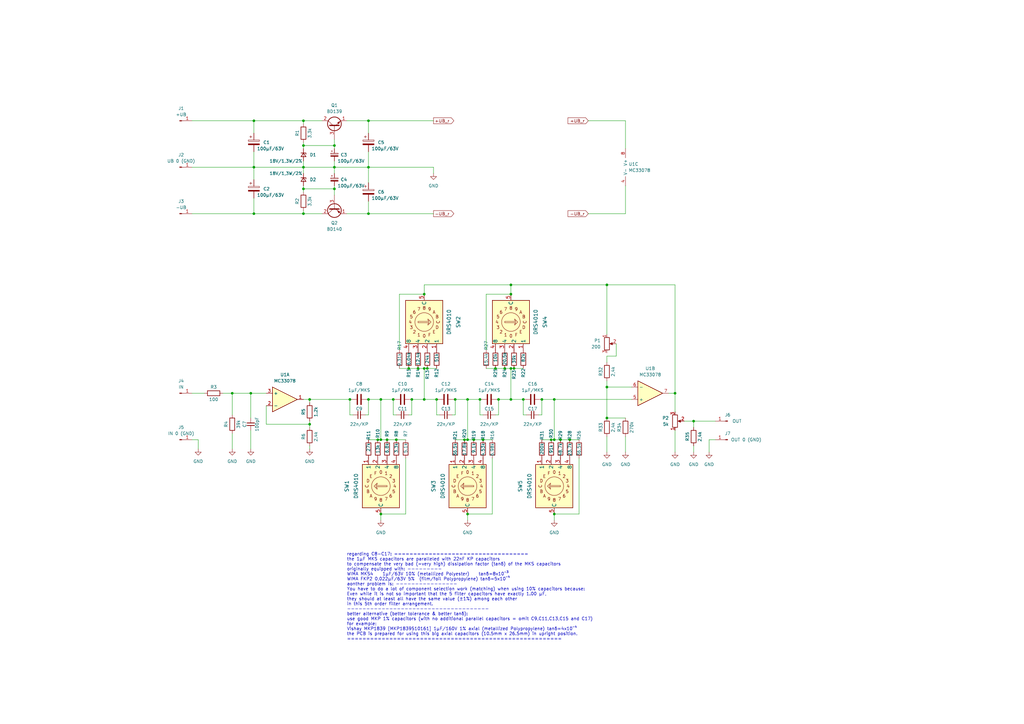
<source format=kicad_sch>
(kicad_sch (version 20211123) (generator eeschema)

  (uuid e63e39d7-6ac0-4ffd-8aa3-1841a4541b55)

  (paper "A3")

  (title_block
    (title "Thel HQ-Sub (as of 2013)")
    (rev "1.0")
    (comment 1 "except the swapped position for C1<->C5 and C2<->C6")
    (comment 2 "PCB is not the original -> but like the original = exactly the same component placement")
    (comment 3 "1 layer PCB / all THT components")
  )

  (lib_symbols
    (symbol "Connector:Conn_01x01_Male" (pin_names (offset 1.016) hide) (in_bom yes) (on_board yes)
      (property "Reference" "J" (id 0) (at 0 2.54 0)
        (effects (font (size 1.27 1.27)))
      )
      (property "Value" "Conn_01x01_Male" (id 1) (at 0 -2.54 0)
        (effects (font (size 1.27 1.27)))
      )
      (property "Footprint" "" (id 2) (at 0 0 0)
        (effects (font (size 1.27 1.27)) hide)
      )
      (property "Datasheet" "~" (id 3) (at 0 0 0)
        (effects (font (size 1.27 1.27)) hide)
      )
      (property "ki_keywords" "connector" (id 4) (at 0 0 0)
        (effects (font (size 1.27 1.27)) hide)
      )
      (property "ki_description" "Generic connector, single row, 01x01, script generated (kicad-library-utils/schlib/autogen/connector/)" (id 5) (at 0 0 0)
        (effects (font (size 1.27 1.27)) hide)
      )
      (property "ki_fp_filters" "Connector*:*" (id 6) (at 0 0 0)
        (effects (font (size 1.27 1.27)) hide)
      )
      (symbol "Conn_01x01_Male_1_1"
        (polyline
          (pts
            (xy 1.27 0)
            (xy 0.8636 0)
          )
          (stroke (width 0.1524) (type default) (color 0 0 0 0))
          (fill (type none))
        )
        (rectangle (start 0.8636 0.127) (end 0 -0.127)
          (stroke (width 0.1524) (type default) (color 0 0 0 0))
          (fill (type outline))
        )
        (pin passive line (at 5.08 0 180) (length 3.81)
          (name "Pin_1" (effects (font (size 1.27 1.27))))
          (number "1" (effects (font (size 1.27 1.27))))
        )
      )
    )
    (symbol "Device:C" (pin_numbers hide) (pin_names (offset 0.254)) (in_bom yes) (on_board yes)
      (property "Reference" "C" (id 0) (at 0.635 2.54 0)
        (effects (font (size 1.27 1.27)) (justify left))
      )
      (property "Value" "C" (id 1) (at 0.635 -2.54 0)
        (effects (font (size 1.27 1.27)) (justify left))
      )
      (property "Footprint" "" (id 2) (at 0.9652 -3.81 0)
        (effects (font (size 1.27 1.27)) hide)
      )
      (property "Datasheet" "~" (id 3) (at 0 0 0)
        (effects (font (size 1.27 1.27)) hide)
      )
      (property "ki_keywords" "cap capacitor" (id 4) (at 0 0 0)
        (effects (font (size 1.27 1.27)) hide)
      )
      (property "ki_description" "Unpolarized capacitor" (id 5) (at 0 0 0)
        (effects (font (size 1.27 1.27)) hide)
      )
      (property "ki_fp_filters" "C_*" (id 6) (at 0 0 0)
        (effects (font (size 1.27 1.27)) hide)
      )
      (symbol "C_0_1"
        (polyline
          (pts
            (xy -2.032 -0.762)
            (xy 2.032 -0.762)
          )
          (stroke (width 0.508) (type default) (color 0 0 0 0))
          (fill (type none))
        )
        (polyline
          (pts
            (xy -2.032 0.762)
            (xy 2.032 0.762)
          )
          (stroke (width 0.508) (type default) (color 0 0 0 0))
          (fill (type none))
        )
      )
      (symbol "C_1_1"
        (pin passive line (at 0 3.81 270) (length 2.794)
          (name "~" (effects (font (size 1.27 1.27))))
          (number "1" (effects (font (size 1.27 1.27))))
        )
        (pin passive line (at 0 -3.81 90) (length 2.794)
          (name "~" (effects (font (size 1.27 1.27))))
          (number "2" (effects (font (size 1.27 1.27))))
        )
      )
    )
    (symbol "Device:C_Polarized" (pin_numbers hide) (pin_names (offset 0.254)) (in_bom yes) (on_board yes)
      (property "Reference" "C" (id 0) (at 0.635 2.54 0)
        (effects (font (size 1.27 1.27)) (justify left))
      )
      (property "Value" "C_Polarized" (id 1) (at 0.635 -2.54 0)
        (effects (font (size 1.27 1.27)) (justify left))
      )
      (property "Footprint" "" (id 2) (at 0.9652 -3.81 0)
        (effects (font (size 1.27 1.27)) hide)
      )
      (property "Datasheet" "~" (id 3) (at 0 0 0)
        (effects (font (size 1.27 1.27)) hide)
      )
      (property "ki_keywords" "cap capacitor" (id 4) (at 0 0 0)
        (effects (font (size 1.27 1.27)) hide)
      )
      (property "ki_description" "Polarized capacitor" (id 5) (at 0 0 0)
        (effects (font (size 1.27 1.27)) hide)
      )
      (property "ki_fp_filters" "CP_*" (id 6) (at 0 0 0)
        (effects (font (size 1.27 1.27)) hide)
      )
      (symbol "C_Polarized_0_1"
        (rectangle (start -2.286 0.508) (end 2.286 1.016)
          (stroke (width 0) (type default) (color 0 0 0 0))
          (fill (type none))
        )
        (polyline
          (pts
            (xy -1.778 2.286)
            (xy -0.762 2.286)
          )
          (stroke (width 0) (type default) (color 0 0 0 0))
          (fill (type none))
        )
        (polyline
          (pts
            (xy -1.27 2.794)
            (xy -1.27 1.778)
          )
          (stroke (width 0) (type default) (color 0 0 0 0))
          (fill (type none))
        )
        (rectangle (start 2.286 -0.508) (end -2.286 -1.016)
          (stroke (width 0) (type default) (color 0 0 0 0))
          (fill (type outline))
        )
      )
      (symbol "C_Polarized_1_1"
        (pin passive line (at 0 3.81 270) (length 2.794)
          (name "~" (effects (font (size 1.27 1.27))))
          (number "1" (effects (font (size 1.27 1.27))))
        )
        (pin passive line (at 0 -3.81 90) (length 2.794)
          (name "~" (effects (font (size 1.27 1.27))))
          (number "2" (effects (font (size 1.27 1.27))))
        )
      )
    )
    (symbol "Device:C_Polarized_Small" (pin_numbers hide) (pin_names (offset 0.254) hide) (in_bom yes) (on_board yes)
      (property "Reference" "C" (id 0) (at 0.254 1.778 0)
        (effects (font (size 1.27 1.27)) (justify left))
      )
      (property "Value" "C_Polarized_Small" (id 1) (at 0.254 -2.032 0)
        (effects (font (size 1.27 1.27)) (justify left))
      )
      (property "Footprint" "" (id 2) (at 0 0 0)
        (effects (font (size 1.27 1.27)) hide)
      )
      (property "Datasheet" "~" (id 3) (at 0 0 0)
        (effects (font (size 1.27 1.27)) hide)
      )
      (property "ki_keywords" "cap capacitor" (id 4) (at 0 0 0)
        (effects (font (size 1.27 1.27)) hide)
      )
      (property "ki_description" "Polarized capacitor, small symbol" (id 5) (at 0 0 0)
        (effects (font (size 1.27 1.27)) hide)
      )
      (property "ki_fp_filters" "CP_*" (id 6) (at 0 0 0)
        (effects (font (size 1.27 1.27)) hide)
      )
      (symbol "C_Polarized_Small_0_1"
        (rectangle (start -1.524 -0.3048) (end 1.524 -0.6858)
          (stroke (width 0) (type default) (color 0 0 0 0))
          (fill (type outline))
        )
        (rectangle (start -1.524 0.6858) (end 1.524 0.3048)
          (stroke (width 0) (type default) (color 0 0 0 0))
          (fill (type none))
        )
        (polyline
          (pts
            (xy -1.27 1.524)
            (xy -0.762 1.524)
          )
          (stroke (width 0) (type default) (color 0 0 0 0))
          (fill (type none))
        )
        (polyline
          (pts
            (xy -1.016 1.27)
            (xy -1.016 1.778)
          )
          (stroke (width 0) (type default) (color 0 0 0 0))
          (fill (type none))
        )
      )
      (symbol "C_Polarized_Small_1_1"
        (pin passive line (at 0 2.54 270) (length 1.8542)
          (name "~" (effects (font (size 1.27 1.27))))
          (number "1" (effects (font (size 1.27 1.27))))
        )
        (pin passive line (at 0 -2.54 90) (length 1.8542)
          (name "~" (effects (font (size 1.27 1.27))))
          (number "2" (effects (font (size 1.27 1.27))))
        )
      )
    )
    (symbol "Device:C_Small" (pin_numbers hide) (pin_names (offset 0.254) hide) (in_bom yes) (on_board yes)
      (property "Reference" "C" (id 0) (at 0.254 1.778 0)
        (effects (font (size 1.27 1.27)) (justify left))
      )
      (property "Value" "C_Small" (id 1) (at 0.254 -2.032 0)
        (effects (font (size 1.27 1.27)) (justify left))
      )
      (property "Footprint" "" (id 2) (at 0 0 0)
        (effects (font (size 1.27 1.27)) hide)
      )
      (property "Datasheet" "~" (id 3) (at 0 0 0)
        (effects (font (size 1.27 1.27)) hide)
      )
      (property "ki_keywords" "capacitor cap" (id 4) (at 0 0 0)
        (effects (font (size 1.27 1.27)) hide)
      )
      (property "ki_description" "Unpolarized capacitor, small symbol" (id 5) (at 0 0 0)
        (effects (font (size 1.27 1.27)) hide)
      )
      (property "ki_fp_filters" "C_*" (id 6) (at 0 0 0)
        (effects (font (size 1.27 1.27)) hide)
      )
      (symbol "C_Small_0_1"
        (polyline
          (pts
            (xy -1.524 -0.508)
            (xy 1.524 -0.508)
          )
          (stroke (width 0.3302) (type default) (color 0 0 0 0))
          (fill (type none))
        )
        (polyline
          (pts
            (xy -1.524 0.508)
            (xy 1.524 0.508)
          )
          (stroke (width 0.3048) (type default) (color 0 0 0 0))
          (fill (type none))
        )
      )
      (symbol "C_Small_1_1"
        (pin passive line (at 0 2.54 270) (length 2.032)
          (name "~" (effects (font (size 1.27 1.27))))
          (number "1" (effects (font (size 1.27 1.27))))
        )
        (pin passive line (at 0 -2.54 90) (length 2.032)
          (name "~" (effects (font (size 1.27 1.27))))
          (number "2" (effects (font (size 1.27 1.27))))
        )
      )
    )
    (symbol "Device:D_Zener_Small" (pin_numbers hide) (pin_names (offset 0.254) hide) (in_bom yes) (on_board yes)
      (property "Reference" "D" (id 0) (at 0 2.286 0)
        (effects (font (size 1.27 1.27)))
      )
      (property "Value" "D_Zener_Small" (id 1) (at 0 -2.286 0)
        (effects (font (size 1.27 1.27)))
      )
      (property "Footprint" "" (id 2) (at 0 0 90)
        (effects (font (size 1.27 1.27)) hide)
      )
      (property "Datasheet" "~" (id 3) (at 0 0 90)
        (effects (font (size 1.27 1.27)) hide)
      )
      (property "ki_keywords" "diode" (id 4) (at 0 0 0)
        (effects (font (size 1.27 1.27)) hide)
      )
      (property "ki_description" "Zener diode, small symbol" (id 5) (at 0 0 0)
        (effects (font (size 1.27 1.27)) hide)
      )
      (property "ki_fp_filters" "TO-???* *_Diode_* *SingleDiode* D_*" (id 6) (at 0 0 0)
        (effects (font (size 1.27 1.27)) hide)
      )
      (symbol "D_Zener_Small_0_1"
        (polyline
          (pts
            (xy 0.762 0)
            (xy -0.762 0)
          )
          (stroke (width 0) (type default) (color 0 0 0 0))
          (fill (type none))
        )
        (polyline
          (pts
            (xy -0.254 1.016)
            (xy -0.762 1.016)
            (xy -0.762 -1.016)
          )
          (stroke (width 0.254) (type default) (color 0 0 0 0))
          (fill (type none))
        )
        (polyline
          (pts
            (xy 0.762 1.016)
            (xy -0.762 0)
            (xy 0.762 -1.016)
            (xy 0.762 1.016)
          )
          (stroke (width 0.254) (type default) (color 0 0 0 0))
          (fill (type none))
        )
      )
      (symbol "D_Zener_Small_1_1"
        (pin passive line (at -2.54 0 0) (length 1.778)
          (name "K" (effects (font (size 1.27 1.27))))
          (number "1" (effects (font (size 1.27 1.27))))
        )
        (pin passive line (at 2.54 0 180) (length 1.778)
          (name "A" (effects (font (size 1.27 1.27))))
          (number "2" (effects (font (size 1.27 1.27))))
        )
      )
    )
    (symbol "Device:Opamp_Dual" (in_bom yes) (on_board yes)
      (property "Reference" "U" (id 0) (at 0 5.08 0)
        (effects (font (size 1.27 1.27)) (justify left))
      )
      (property "Value" "Opamp_Dual" (id 1) (at 0 -5.08 0)
        (effects (font (size 1.27 1.27)) (justify left))
      )
      (property "Footprint" "" (id 2) (at 0 0 0)
        (effects (font (size 1.27 1.27)) hide)
      )
      (property "Datasheet" "~" (id 3) (at 0 0 0)
        (effects (font (size 1.27 1.27)) hide)
      )
      (property "ki_locked" "" (id 4) (at 0 0 0)
        (effects (font (size 1.27 1.27)))
      )
      (property "ki_keywords" "dual opamp" (id 5) (at 0 0 0)
        (effects (font (size 1.27 1.27)) hide)
      )
      (property "ki_description" "Dual operational amplifier" (id 6) (at 0 0 0)
        (effects (font (size 1.27 1.27)) hide)
      )
      (property "ki_fp_filters" "SOIC*3.9x4.9mm*P1.27mm* DIP*W7.62mm* MSOP*3x3mm*P0.65mm* SSOP*2.95x2.8mm*P0.65mm* TSSOP*3x3mm*P0.65mm* VSSOP*P0.5mm* TO?99*" (id 7) (at 0 0 0)
        (effects (font (size 1.27 1.27)) hide)
      )
      (symbol "Opamp_Dual_1_1"
        (polyline
          (pts
            (xy -5.08 5.08)
            (xy 5.08 0)
            (xy -5.08 -5.08)
            (xy -5.08 5.08)
          )
          (stroke (width 0.254) (type default) (color 0 0 0 0))
          (fill (type background))
        )
        (pin output line (at 7.62 0 180) (length 2.54)
          (name "~" (effects (font (size 1.27 1.27))))
          (number "1" (effects (font (size 1.27 1.27))))
        )
        (pin input line (at -7.62 -2.54 0) (length 2.54)
          (name "-" (effects (font (size 1.27 1.27))))
          (number "2" (effects (font (size 1.27 1.27))))
        )
        (pin input line (at -7.62 2.54 0) (length 2.54)
          (name "+" (effects (font (size 1.27 1.27))))
          (number "3" (effects (font (size 1.27 1.27))))
        )
      )
      (symbol "Opamp_Dual_2_1"
        (polyline
          (pts
            (xy -5.08 5.08)
            (xy 5.08 0)
            (xy -5.08 -5.08)
            (xy -5.08 5.08)
          )
          (stroke (width 0.254) (type default) (color 0 0 0 0))
          (fill (type background))
        )
        (pin input line (at -7.62 2.54 0) (length 2.54)
          (name "+" (effects (font (size 1.27 1.27))))
          (number "5" (effects (font (size 1.27 1.27))))
        )
        (pin input line (at -7.62 -2.54 0) (length 2.54)
          (name "-" (effects (font (size 1.27 1.27))))
          (number "6" (effects (font (size 1.27 1.27))))
        )
        (pin output line (at 7.62 0 180) (length 2.54)
          (name "~" (effects (font (size 1.27 1.27))))
          (number "7" (effects (font (size 1.27 1.27))))
        )
      )
      (symbol "Opamp_Dual_3_1"
        (pin power_in line (at -2.54 -7.62 90) (length 3.81)
          (name "V-" (effects (font (size 1.27 1.27))))
          (number "4" (effects (font (size 1.27 1.27))))
        )
        (pin power_in line (at -2.54 7.62 270) (length 3.81)
          (name "V+" (effects (font (size 1.27 1.27))))
          (number "8" (effects (font (size 1.27 1.27))))
        )
      )
    )
    (symbol "Device:R" (pin_numbers hide) (pin_names (offset 0)) (in_bom yes) (on_board yes)
      (property "Reference" "R" (id 0) (at 2.032 0 90)
        (effects (font (size 1.27 1.27)))
      )
      (property "Value" "R" (id 1) (at 0 0 90)
        (effects (font (size 1.27 1.27)))
      )
      (property "Footprint" "" (id 2) (at -1.778 0 90)
        (effects (font (size 1.27 1.27)) hide)
      )
      (property "Datasheet" "~" (id 3) (at 0 0 0)
        (effects (font (size 1.27 1.27)) hide)
      )
      (property "ki_keywords" "R res resistor" (id 4) (at 0 0 0)
        (effects (font (size 1.27 1.27)) hide)
      )
      (property "ki_description" "Resistor" (id 5) (at 0 0 0)
        (effects (font (size 1.27 1.27)) hide)
      )
      (property "ki_fp_filters" "R_*" (id 6) (at 0 0 0)
        (effects (font (size 1.27 1.27)) hide)
      )
      (symbol "R_0_1"
        (rectangle (start -1.016 -2.54) (end 1.016 2.54)
          (stroke (width 0.254) (type default) (color 0 0 0 0))
          (fill (type none))
        )
      )
      (symbol "R_1_1"
        (pin passive line (at 0 3.81 270) (length 1.27)
          (name "~" (effects (font (size 1.27 1.27))))
          (number "1" (effects (font (size 1.27 1.27))))
        )
        (pin passive line (at 0 -3.81 90) (length 1.27)
          (name "~" (effects (font (size 1.27 1.27))))
          (number "2" (effects (font (size 1.27 1.27))))
        )
      )
    )
    (symbol "Device:R_Potentiometer" (pin_names (offset 1.016) hide) (in_bom yes) (on_board yes)
      (property "Reference" "RV" (id 0) (at -4.445 0 90)
        (effects (font (size 1.27 1.27)))
      )
      (property "Value" "R_Potentiometer" (id 1) (at -2.54 0 90)
        (effects (font (size 1.27 1.27)))
      )
      (property "Footprint" "" (id 2) (at 0 0 0)
        (effects (font (size 1.27 1.27)) hide)
      )
      (property "Datasheet" "~" (id 3) (at 0 0 0)
        (effects (font (size 1.27 1.27)) hide)
      )
      (property "ki_keywords" "resistor variable" (id 4) (at 0 0 0)
        (effects (font (size 1.27 1.27)) hide)
      )
      (property "ki_description" "Potentiometer" (id 5) (at 0 0 0)
        (effects (font (size 1.27 1.27)) hide)
      )
      (property "ki_fp_filters" "Potentiometer*" (id 6) (at 0 0 0)
        (effects (font (size 1.27 1.27)) hide)
      )
      (symbol "R_Potentiometer_0_1"
        (polyline
          (pts
            (xy 2.54 0)
            (xy 1.524 0)
          )
          (stroke (width 0) (type default) (color 0 0 0 0))
          (fill (type none))
        )
        (polyline
          (pts
            (xy 1.143 0)
            (xy 2.286 0.508)
            (xy 2.286 -0.508)
            (xy 1.143 0)
          )
          (stroke (width 0) (type default) (color 0 0 0 0))
          (fill (type outline))
        )
        (rectangle (start 1.016 2.54) (end -1.016 -2.54)
          (stroke (width 0.254) (type default) (color 0 0 0 0))
          (fill (type none))
        )
      )
      (symbol "R_Potentiometer_1_1"
        (pin passive line (at 0 3.81 270) (length 1.27)
          (name "1" (effects (font (size 1.27 1.27))))
          (number "1" (effects (font (size 1.27 1.27))))
        )
        (pin passive line (at 3.81 0 180) (length 1.27)
          (name "2" (effects (font (size 1.27 1.27))))
          (number "2" (effects (font (size 1.27 1.27))))
        )
        (pin passive line (at 0 -3.81 90) (length 1.27)
          (name "3" (effects (font (size 1.27 1.27))))
          (number "3" (effects (font (size 1.27 1.27))))
        )
      )
    )
    (symbol "Transistor_BJT:BD139" (pin_names (offset 0) hide) (in_bom yes) (on_board yes)
      (property "Reference" "Q" (id 0) (at 5.08 1.905 0)
        (effects (font (size 1.27 1.27)) (justify left))
      )
      (property "Value" "BD139" (id 1) (at 5.08 0 0)
        (effects (font (size 1.27 1.27)) (justify left))
      )
      (property "Footprint" "Package_TO_SOT_THT:TO-126-3_Vertical" (id 2) (at 5.08 -1.905 0)
        (effects (font (size 1.27 1.27) italic) (justify left) hide)
      )
      (property "Datasheet" "http://www.st.com/internet/com/TECHNICAL_RESOURCES/TECHNICAL_LITERATURE/DATASHEET/CD00001225.pdf" (id 3) (at 0 0 0)
        (effects (font (size 1.27 1.27)) (justify left) hide)
      )
      (property "ki_keywords" "Low Voltage Transistor" (id 4) (at 0 0 0)
        (effects (font (size 1.27 1.27)) hide)
      )
      (property "ki_description" "1.5A Ic, 80V Vce, Low Voltage Transistor, TO-126" (id 5) (at 0 0 0)
        (effects (font (size 1.27 1.27)) hide)
      )
      (property "ki_fp_filters" "TO?126*" (id 6) (at 0 0 0)
        (effects (font (size 1.27 1.27)) hide)
      )
      (symbol "BD139_0_1"
        (polyline
          (pts
            (xy 0 0)
            (xy 0.635 0)
          )
          (stroke (width 0) (type default) (color 0 0 0 0))
          (fill (type none))
        )
        (polyline
          (pts
            (xy 2.54 -2.54)
            (xy 0.635 -0.635)
          )
          (stroke (width 0) (type default) (color 0 0 0 0))
          (fill (type none))
        )
        (polyline
          (pts
            (xy 2.54 2.54)
            (xy 0.635 0.635)
          )
          (stroke (width 0) (type default) (color 0 0 0 0))
          (fill (type none))
        )
        (polyline
          (pts
            (xy 0.635 1.905)
            (xy 0.635 -1.905)
            (xy 0.635 -1.905)
          )
          (stroke (width 0.508) (type default) (color 0 0 0 0))
          (fill (type outline))
        )
        (polyline
          (pts
            (xy 1.2446 -1.778)
            (xy 1.7526 -1.27)
            (xy 2.286 -2.286)
            (xy 1.2446 -1.778)
            (xy 1.2446 -1.778)
          )
          (stroke (width 0) (type default) (color 0 0 0 0))
          (fill (type outline))
        )
        (circle (center 1.27 0) (radius 2.8194)
          (stroke (width 0.3048) (type default) (color 0 0 0 0))
          (fill (type none))
        )
      )
      (symbol "BD139_1_1"
        (pin passive line (at 2.54 -5.08 90) (length 2.54)
          (name "E" (effects (font (size 1.27 1.27))))
          (number "1" (effects (font (size 1.27 1.27))))
        )
        (pin passive line (at 2.54 5.08 270) (length 2.54)
          (name "C" (effects (font (size 1.27 1.27))))
          (number "2" (effects (font (size 1.27 1.27))))
        )
        (pin input line (at -5.08 0 0) (length 5.08)
          (name "B" (effects (font (size 1.27 1.27))))
          (number "3" (effects (font (size 1.27 1.27))))
        )
      )
    )
    (symbol "Transistor_BJT:BD140" (pin_names (offset 0) hide) (in_bom yes) (on_board yes)
      (property "Reference" "Q" (id 0) (at 5.08 1.905 0)
        (effects (font (size 1.27 1.27)) (justify left))
      )
      (property "Value" "BD140" (id 1) (at 5.08 0 0)
        (effects (font (size 1.27 1.27)) (justify left))
      )
      (property "Footprint" "Package_TO_SOT_THT:TO-126-3_Vertical" (id 2) (at 5.08 -1.905 0)
        (effects (font (size 1.27 1.27) italic) (justify left) hide)
      )
      (property "Datasheet" "http://www.st.com/internet/com/TECHNICAL_RESOURCES/TECHNICAL_LITERATURE/DATASHEET/CD00001225.pdf" (id 3) (at 0 0 0)
        (effects (font (size 1.27 1.27)) (justify left) hide)
      )
      (property "ki_keywords" "Low Voltage Transistor" (id 4) (at 0 0 0)
        (effects (font (size 1.27 1.27)) hide)
      )
      (property "ki_description" "1.5A Ic, 80V Vce, Low Voltage Transistor, TO-126" (id 5) (at 0 0 0)
        (effects (font (size 1.27 1.27)) hide)
      )
      (property "ki_fp_filters" "TO?126*" (id 6) (at 0 0 0)
        (effects (font (size 1.27 1.27)) hide)
      )
      (symbol "BD140_0_1"
        (polyline
          (pts
            (xy 0 0)
            (xy 0.635 0)
          )
          (stroke (width 0) (type default) (color 0 0 0 0))
          (fill (type none))
        )
        (polyline
          (pts
            (xy 2.54 -2.54)
            (xy 0.635 -0.635)
          )
          (stroke (width 0) (type default) (color 0 0 0 0))
          (fill (type none))
        )
        (polyline
          (pts
            (xy 2.54 2.54)
            (xy 0.635 0.635)
          )
          (stroke (width 0) (type default) (color 0 0 0 0))
          (fill (type none))
        )
        (polyline
          (pts
            (xy 0.635 1.905)
            (xy 0.635 -1.905)
            (xy 0.635 -1.905)
          )
          (stroke (width 0.508) (type default) (color 0 0 0 0))
          (fill (type outline))
        )
        (polyline
          (pts
            (xy 1.778 -2.286)
            (xy 2.286 -1.778)
            (xy 1.27 -1.27)
            (xy 1.778 -2.286)
            (xy 1.778 -2.286)
          )
          (stroke (width 0) (type default) (color 0 0 0 0))
          (fill (type outline))
        )
        (circle (center 1.27 0) (radius 2.8194)
          (stroke (width 0.3048) (type default) (color 0 0 0 0))
          (fill (type none))
        )
      )
      (symbol "BD140_1_1"
        (pin passive line (at 2.54 -5.08 90) (length 2.54)
          (name "E" (effects (font (size 1.27 1.27))))
          (number "1" (effects (font (size 1.27 1.27))))
        )
        (pin passive line (at 2.54 5.08 270) (length 2.54)
          (name "C" (effects (font (size 1.27 1.27))))
          (number "2" (effects (font (size 1.27 1.27))))
        )
        (pin input line (at -5.08 0 0) (length 5.08)
          (name "B" (effects (font (size 1.27 1.27))))
          (number "3" (effects (font (size 1.27 1.27))))
        )
      )
    )
    (symbol "analoghifi:DRS4010" (pin_names (offset 0.254)) (in_bom yes) (on_board yes)
      (property "Reference" "SW" (id 0) (at 0 13.97 0)
        (effects (font (size 1.524 1.524)))
      )
      (property "Value" "DRS4010" (id 1) (at 0 11.43 0)
        (effects (font (size 1.524 1.524)))
      )
      (property "Footprint" "analoghifi:DRS_3016_4010" (id 2) (at 2.54 8.89 0)
        (effects (font (size 1.524 1.524)) hide)
      )
      (property "Datasheet" "" (id 3) (at -0.635 0 0)
        (effects (font (size 1.524 1.524)))
      )
      (property "ki_fp_filters" "DRS4010_KNI" (id 4) (at 0 0 0)
        (effects (font (size 1.27 1.27)) hide)
      )
      (symbol "DRS4010_0_0"
        (text "0" (at 5.715 0 2700)
          (effects (font (size 1.27 1.27)))
        )
        (text "1" (at 5.2832 -2.1844 2475)
          (effects (font (size 1.27 1.27)))
        )
        (text "2" (at 4.0386 -4.0386 2250)
          (effects (font (size 1.27 1.27)))
        )
        (text "3" (at 2.1844 -5.2832 2025)
          (effects (font (size 1.27 1.27)))
        )
        (text "4" (at 0 -5.715 1800)
          (effects (font (size 1.27 1.27)))
        )
        (text "5" (at -2.1844 -5.2832 1575)
          (effects (font (size 1.27 1.27)))
        )
        (text "6" (at -4.0386 -4.0386 1350)
          (effects (font (size 1.27 1.27)))
        )
        (text "7" (at -5.2832 -2.1844 1125)
          (effects (font (size 1.27 1.27)))
        )
        (text "8" (at -5.715 0 900)
          (effects (font (size 1.27 1.27)))
        )
        (text "9" (at -5.2832 2.1844 675)
          (effects (font (size 1.27 1.27)))
        )
        (text "A" (at -4.0386 4.0386 450)
          (effects (font (size 1.27 1.27)))
        )
        (text "B" (at -2.1844 5.2832 225)
          (effects (font (size 1.27 1.27)))
        )
        (text "C" (at 0 5.715 0)
          (effects (font (size 1.27 1.27)))
        )
        (text "D" (at 2.1844 5.2832 3375)
          (effects (font (size 1.27 1.27)))
        )
        (text "E" (at 4.0386 4.0386 3150)
          (effects (font (size 1.27 1.27)))
        )
        (text "F" (at 5.2832 2.1844 2925)
          (effects (font (size 1.27 1.27)))
        )
      )
      (symbol "DRS4010_0_1"
        (rectangle (start -8.89 7.62) (end 8.89 -7.62)
          (stroke (width 0.254) (type default) (color 0 0 0 0))
          (fill (type background))
        )
        (polyline
          (pts
            (xy -0.254 -2.54)
            (xy -0.254 2.032)
            (xy -0.762 1.524)
            (xy -1.27 1.524)
            (xy 0 2.794)
            (xy 1.27 1.524)
            (xy 0.762 1.524)
            (xy 0.254 2.032)
            (xy 0.254 -2.54)
            (xy -0.254 -2.54)
            (xy -0.254 -2.54)
          )
          (stroke (width 0) (type default) (color 0 0 0 0))
          (fill (type none))
        )
        (circle (center 0 0) (radius 3.81)
          (stroke (width 0) (type default) (color 0 0 0 0))
          (fill (type none))
        )
      )
      (symbol "DRS4010_1_1"
        (pin unspecified line (at 11.43 5.08 180) (length 2.54)
          (name "1" (effects (font (size 1.4986 1.4986))))
          (number "1" (effects (font (size 1.4986 1.4986))))
        )
        (pin unspecified line (at 11.43 1.27 180) (length 2.54)
          (name "2" (effects (font (size 1.4986 1.4986))))
          (number "2" (effects (font (size 1.4986 1.4986))))
        )
        (pin unspecified line (at 11.43 -2.54 180) (length 2.54)
          (name "4" (effects (font (size 1.4986 1.4986))))
          (number "3" (effects (font (size 1.4986 1.4986))))
        )
        (pin unspecified line (at 11.43 -6.35 180) (length 2.54)
          (name "8" (effects (font (size 1.4986 1.4986))))
          (number "4" (effects (font (size 1.4986 1.4986))))
        )
        (pin unspecified line (at -11.43 0 0) (length 2.54)
          (name "C" (effects (font (size 1.4986 1.4986))))
          (number "5" (effects (font (size 1.4986 1.4986))))
        )
      )
    )
    (symbol "power:GND" (power) (pin_names (offset 0)) (in_bom yes) (on_board yes)
      (property "Reference" "#PWR" (id 0) (at 0 -6.35 0)
        (effects (font (size 1.27 1.27)) hide)
      )
      (property "Value" "GND" (id 1) (at 0 -3.81 0)
        (effects (font (size 1.27 1.27)))
      )
      (property "Footprint" "" (id 2) (at 0 0 0)
        (effects (font (size 1.27 1.27)) hide)
      )
      (property "Datasheet" "" (id 3) (at 0 0 0)
        (effects (font (size 1.27 1.27)) hide)
      )
      (property "ki_keywords" "power-flag" (id 4) (at 0 0 0)
        (effects (font (size 1.27 1.27)) hide)
      )
      (property "ki_description" "Power symbol creates a global label with name \"GND\" , ground" (id 5) (at 0 0 0)
        (effects (font (size 1.27 1.27)) hide)
      )
      (symbol "GND_0_1"
        (polyline
          (pts
            (xy 0 0)
            (xy 0 -1.27)
            (xy 1.27 -1.27)
            (xy 0 -2.54)
            (xy -1.27 -1.27)
            (xy 0 -1.27)
          )
          (stroke (width 0) (type default) (color 0 0 0 0))
          (fill (type none))
        )
      )
      (symbol "GND_1_1"
        (pin power_in line (at 0 0 270) (length 0) hide
          (name "GND" (effects (font (size 1.27 1.27))))
          (number "1" (effects (font (size 1.27 1.27))))
        )
      )
    )
  )

  (junction (at 151.13 163.83) (diameter 0) (color 0 0 0 0)
    (uuid 011101c8-5c2a-4350-9834-7bab952f8384)
  )
  (junction (at 124.46 59.69) (diameter 0) (color 0 0 0 0)
    (uuid 02013c95-dcc5-4581-b3a0-43c40f675f42)
  )
  (junction (at 209.55 116.84) (diameter 0) (color 0 0 0 0)
    (uuid 0215adb4-2c42-4b3a-a55f-dedf1661f406)
  )
  (junction (at 227.33 163.83) (diameter 0) (color 0 0 0 0)
    (uuid 0742ef73-5df4-4a30-9fa0-daa212dff58a)
  )
  (junction (at 229.87 180.34) (diameter 0) (color 0 0 0 0)
    (uuid 0b456f8c-1599-4d32-bdec-6e315afac59c)
  )
  (junction (at 227.33 210.82) (diameter 0) (color 0 0 0 0)
    (uuid 0d25f6cb-09ef-4266-9ecd-bcb2db671801)
  )
  (junction (at 137.16 68.58) (diameter 0) (color 0 0 0 0)
    (uuid 13591ffb-3caa-4622-b791-269ff2a3549e)
  )
  (junction (at 124.46 49.53) (diameter 0) (color 0 0 0 0)
    (uuid 1484c8a8-f62e-4bd2-bf51-d4b657aaf833)
  )
  (junction (at 214.63 163.83) (diameter 0) (color 0 0 0 0)
    (uuid 18159a36-b81f-4e8f-a935-a6944b4764a4)
  )
  (junction (at 284.48 172.72) (diameter 0) (color 0 0 0 0)
    (uuid 20c0000f-cb83-46bb-a617-978768bb5f4c)
  )
  (junction (at 191.77 210.82) (diameter 0) (color 0 0 0 0)
    (uuid 25baa31a-a084-4820-8c8a-9ed0d64b33d5)
  )
  (junction (at 209.55 120.65) (diameter 0) (color 0 0 0 0)
    (uuid 25d63be3-6807-440c-9206-1d12d060547e)
  )
  (junction (at 248.92 116.84) (diameter 0) (color 0 0 0 0)
    (uuid 3573994e-2ade-4831-a2b8-a3d0a06d4881)
  )
  (junction (at 173.99 151.13) (diameter 0) (color 0 0 0 0)
    (uuid 41207643-7bab-477b-9dad-3650f004c369)
  )
  (junction (at 95.25 161.29) (diameter 0) (color 0 0 0 0)
    (uuid 44452852-044c-4826-b7e5-19dab312ed49)
  )
  (junction (at 191.77 163.83) (diameter 0) (color 0 0 0 0)
    (uuid 456a4bd4-e17c-4cf6-81b9-39707cce3d60)
  )
  (junction (at 124.46 87.63) (diameter 0) (color 0 0 0 0)
    (uuid 4737d8f5-fa8c-407b-83a8-89ebbb459b6e)
  )
  (junction (at 179.07 163.83) (diameter 0) (color 0 0 0 0)
    (uuid 4b41cdf4-b17c-4b93-b9b9-fcf998e0b3ec)
  )
  (junction (at 104.14 68.58) (diameter 0) (color 0 0 0 0)
    (uuid 4c1b4852-adfa-4bf1-a991-4e2de6a92158)
  )
  (junction (at 191.77 180.34) (diameter 0) (color 0 0 0 0)
    (uuid 4de17739-5c96-4ccc-bc60-6589c0b6e32e)
  )
  (junction (at 204.47 163.83) (diameter 0) (color 0 0 0 0)
    (uuid 5174d359-fd05-46bd-9ed9-520564fd8816)
  )
  (junction (at 151.13 87.63) (diameter 0) (color 0 0 0 0)
    (uuid 593f8348-ea05-4f6d-a3f8-afab7cb23b64)
  )
  (junction (at 104.14 87.63) (diameter 0) (color 0 0 0 0)
    (uuid 64c95646-b0a6-4353-a696-4e981061b49c)
  )
  (junction (at 151.13 68.58) (diameter 0) (color 0 0 0 0)
    (uuid 6677b049-9c53-4ac4-b393-f7b10e10a96b)
  )
  (junction (at 248.92 158.75) (diameter 0) (color 0 0 0 0)
    (uuid 68152a6b-492e-487d-a441-07c605790f49)
  )
  (junction (at 210.82 151.13) (diameter 0) (color 0 0 0 0)
    (uuid 70d054f7-f11b-4fa2-9644-848c51f43904)
  )
  (junction (at 186.69 163.83) (diameter 0) (color 0 0 0 0)
    (uuid 73b5a566-6c29-483d-b324-f556f0a66c26)
  )
  (junction (at 209.55 151.13) (diameter 0) (color 0 0 0 0)
    (uuid 75acf1e6-13ed-4e2f-bb5b-1828ecc00c9d)
  )
  (junction (at 102.87 161.29) (diameter 0) (color 0 0 0 0)
    (uuid 7951cd1c-22fc-41b3-a1f0-dd63219edf20)
  )
  (junction (at 233.68 180.34) (diameter 0) (color 0 0 0 0)
    (uuid 7ae86703-f21c-40a6-a805-20bbd2f184bc)
  )
  (junction (at 167.64 151.13) (diameter 0) (color 0 0 0 0)
    (uuid 7bdd6b15-6fc7-41e5-8310-6f9da6ce37ac)
  )
  (junction (at 248.92 171.45) (diameter 0) (color 0 0 0 0)
    (uuid 7e5c3ada-f7f6-4879-a13d-517eb57de594)
  )
  (junction (at 173.99 120.65) (diameter 0) (color 0 0 0 0)
    (uuid 8480656b-e6aa-45c3-88ca-c5df75f388c8)
  )
  (junction (at 156.21 210.82) (diameter 0) (color 0 0 0 0)
    (uuid 859d3f24-deec-450d-a6a8-707866e8b0cf)
  )
  (junction (at 151.13 49.53) (diameter 0) (color 0 0 0 0)
    (uuid 91829fd5-0b8a-4d0c-b949-178846a0596e)
  )
  (junction (at 104.14 49.53) (diameter 0) (color 0 0 0 0)
    (uuid 940ba638-28f1-423e-b7dd-d612cab717ba)
  )
  (junction (at 173.99 163.83) (diameter 0) (color 0 0 0 0)
    (uuid 98e6b6a9-0ce1-4e61-84de-509f0e54f99d)
  )
  (junction (at 227.33 180.34) (diameter 0) (color 0 0 0 0)
    (uuid 99533af8-ee75-4c8e-a2aa-1a3528033ecf)
  )
  (junction (at 207.01 151.13) (diameter 0) (color 0 0 0 0)
    (uuid a29caf40-9ae7-4e21-a3c3-f3302d257f8e)
  )
  (junction (at 175.26 151.13) (diameter 0) (color 0 0 0 0)
    (uuid a42a304a-5001-421c-a844-839651614149)
  )
  (junction (at 124.46 68.58) (diameter 0) (color 0 0 0 0)
    (uuid aed58214-b760-47c7-8cca-09b7bb5954dc)
  )
  (junction (at 137.16 59.69) (diameter 0) (color 0 0 0 0)
    (uuid aff5880f-5626-4040-b09b-6dd977f29d64)
  )
  (junction (at 161.29 163.83) (diameter 0) (color 0 0 0 0)
    (uuid b75d88da-70bd-4fc4-a787-3c1d76b00f4a)
  )
  (junction (at 158.75 180.34) (diameter 0) (color 0 0 0 0)
    (uuid b8a527b8-328d-4aa0-b87e-099940612689)
  )
  (junction (at 198.12 180.34) (diameter 0) (color 0 0 0 0)
    (uuid bbd78e7c-4802-4df0-b627-09dfe4b59802)
  )
  (junction (at 203.2 151.13) (diameter 0) (color 0 0 0 0)
    (uuid c2edeb83-1602-4c16-bcd5-0eff83cc7bc4)
  )
  (junction (at 156.21 180.34) (diameter 0) (color 0 0 0 0)
    (uuid c7c8acb6-1b0e-432f-8f33-9cf0c1cdf8b2)
  )
  (junction (at 168.91 163.83) (diameter 0) (color 0 0 0 0)
    (uuid c85c0805-0014-43f0-9162-db0f64442d5d)
  )
  (junction (at 124.46 77.47) (diameter 0) (color 0 0 0 0)
    (uuid cd385693-38ab-48fc-9e2d-aee4f0379981)
  )
  (junction (at 194.31 180.34) (diameter 0) (color 0 0 0 0)
    (uuid cf438a2f-5b1b-48dc-ab89-29e2c73404ea)
  )
  (junction (at 190.5 180.34) (diameter 0) (color 0 0 0 0)
    (uuid d023ee83-d77f-4b12-a86d-83c023a85f4e)
  )
  (junction (at 226.06 180.34) (diameter 0) (color 0 0 0 0)
    (uuid d55b1fca-16c0-4eed-bc35-4e794938cde1)
  )
  (junction (at 127 163.83) (diameter 0) (color 0 0 0 0)
    (uuid d882fdf7-f72b-48ba-a287-bf64e5fbfc8e)
  )
  (junction (at 162.56 180.34) (diameter 0) (color 0 0 0 0)
    (uuid d9e298ab-4963-46e6-af09-d289144b8c57)
  )
  (junction (at 154.94 180.34) (diameter 0) (color 0 0 0 0)
    (uuid da0099bf-a7f0-4004-8fea-46bca984aada)
  )
  (junction (at 209.55 163.83) (diameter 0) (color 0 0 0 0)
    (uuid da32a198-5f1d-4c1c-b4f5-b224425be280)
  )
  (junction (at 137.16 77.47) (diameter 0) (color 0 0 0 0)
    (uuid e181b6c2-abe9-47d7-997f-527973271187)
  )
  (junction (at 171.45 151.13) (diameter 0) (color 0 0 0 0)
    (uuid e28a4115-b846-4310-839f-f32b80a1ce62)
  )
  (junction (at 156.21 163.83) (diameter 0) (color 0 0 0 0)
    (uuid e33045aa-21fd-4648-85ad-16b039f8dfbf)
  )
  (junction (at 143.51 163.83) (diameter 0) (color 0 0 0 0)
    (uuid e40442bb-89f9-4171-a38a-482f6fbbf83c)
  )
  (junction (at 196.85 163.83) (diameter 0) (color 0 0 0 0)
    (uuid ea785a38-0b8a-42cb-aa08-8cb3322df7ab)
  )
  (junction (at 276.86 161.29) (diameter 0) (color 0 0 0 0)
    (uuid ec586375-05e1-438d-9640-f14d8389999c)
  )
  (junction (at 222.25 163.83) (diameter 0) (color 0 0 0 0)
    (uuid f0d25e0f-9288-4efa-8a5a-4d7cc6eafab9)
  )
  (junction (at 127 173.99) (diameter 0) (color 0 0 0 0)
    (uuid fb9cc72f-c141-4049-a042-5213bece72d3)
  )

  (wire (pts (xy 156.21 210.82) (xy 156.21 213.36))
    (stroke (width 0) (type default) (color 0 0 0 0))
    (uuid 01e0974e-25f6-43d8-a5c5-5dbb3d0f73d4)
  )
  (wire (pts (xy 124.46 86.36) (xy 124.46 87.63))
    (stroke (width 0) (type default) (color 0 0 0 0))
    (uuid 039a89c3-dc8b-4e35-a7d4-c224b384e981)
  )
  (wire (pts (xy 173.99 116.84) (xy 209.55 116.84))
    (stroke (width 0) (type default) (color 0 0 0 0))
    (uuid 03b2bc85-c972-45af-a93d-d14daeeaf96c)
  )
  (wire (pts (xy 227.33 210.82) (xy 237.49 210.82))
    (stroke (width 0) (type default) (color 0 0 0 0))
    (uuid 05a13677-ffc9-4b3b-b28e-15d3016ae4d1)
  )
  (wire (pts (xy 171.45 151.13) (xy 167.64 151.13))
    (stroke (width 0) (type default) (color 0 0 0 0))
    (uuid 09f1fdda-42ef-4705-8b20-428cbd001db7)
  )
  (wire (pts (xy 124.46 49.53) (xy 124.46 50.8))
    (stroke (width 0) (type default) (color 0 0 0 0))
    (uuid 0d53f229-c199-4fbe-8e56-69472b55b7f5)
  )
  (wire (pts (xy 168.91 163.83) (xy 173.99 163.83))
    (stroke (width 0) (type default) (color 0 0 0 0))
    (uuid 0df8446a-ffad-4427-9bdb-2fe7f98df89a)
  )
  (wire (pts (xy 227.33 163.83) (xy 259.08 163.83))
    (stroke (width 0) (type default) (color 0 0 0 0))
    (uuid 0e5ecb06-ec3d-45ec-8ffa-7c1dda2ce7a0)
  )
  (wire (pts (xy 173.99 151.13) (xy 171.45 151.13))
    (stroke (width 0) (type default) (color 0 0 0 0))
    (uuid 0f04658e-bc58-402e-baec-b0a803f67eac)
  )
  (wire (pts (xy 209.55 116.84) (xy 248.92 116.84))
    (stroke (width 0) (type default) (color 0 0 0 0))
    (uuid 0f34ea4d-4f99-4b31-b1b9-4f3f2dde9eeb)
  )
  (wire (pts (xy 248.92 171.45) (xy 256.54 171.45))
    (stroke (width 0) (type default) (color 0 0 0 0))
    (uuid 0f9d81bf-aa43-4228-a6e2-cec67c5de808)
  )
  (wire (pts (xy 179.07 163.83) (xy 179.07 170.18))
    (stroke (width 0) (type default) (color 0 0 0 0))
    (uuid 0fd8b5b6-e48f-49c8-94a7-e1b7e97f4794)
  )
  (wire (pts (xy 210.82 151.13) (xy 209.55 151.13))
    (stroke (width 0) (type default) (color 0 0 0 0))
    (uuid 102215b2-8d57-42e9-abe0-703c416fa297)
  )
  (wire (pts (xy 248.92 158.75) (xy 248.92 171.45))
    (stroke (width 0) (type default) (color 0 0 0 0))
    (uuid 13390cc1-8803-40ec-bab3-526bc07c9546)
  )
  (wire (pts (xy 215.9 170.18) (xy 214.63 170.18))
    (stroke (width 0) (type default) (color 0 0 0 0))
    (uuid 14b36356-156c-4d6c-a313-d68f64ad7c0b)
  )
  (wire (pts (xy 124.46 163.83) (xy 127 163.83))
    (stroke (width 0) (type default) (color 0 0 0 0))
    (uuid 158521a9-489a-4d31-b424-aa398dfa91d5)
  )
  (wire (pts (xy 252.73 140.97) (xy 252.73 146.05))
    (stroke (width 0) (type default) (color 0 0 0 0))
    (uuid 1908e938-2ff3-4f98-a60c-ff75ebce6de6)
  )
  (wire (pts (xy 104.14 81.28) (xy 104.14 87.63))
    (stroke (width 0) (type default) (color 0 0 0 0))
    (uuid 1998ea76-a81b-46a5-b511-6ac9d508d66d)
  )
  (wire (pts (xy 222.25 180.34) (xy 226.06 180.34))
    (stroke (width 0) (type default) (color 0 0 0 0))
    (uuid 19a1ef39-0a24-405b-9c60-7753da85c71a)
  )
  (wire (pts (xy 248.92 146.05) (xy 248.92 148.59))
    (stroke (width 0) (type default) (color 0 0 0 0))
    (uuid 19d189f6-835c-4d03-91da-464a9a5e19c6)
  )
  (wire (pts (xy 186.69 180.34) (xy 190.5 180.34))
    (stroke (width 0) (type default) (color 0 0 0 0))
    (uuid 19e18103-ff3c-4a20-b5dc-3e474370dc9a)
  )
  (wire (pts (xy 201.93 210.82) (xy 201.93 187.96))
    (stroke (width 0) (type default) (color 0 0 0 0))
    (uuid 1a25061e-7f41-40a4-901c-fe473a0b3883)
  )
  (wire (pts (xy 163.83 143.51) (xy 163.83 120.65))
    (stroke (width 0) (type default) (color 0 0 0 0))
    (uuid 1a9e505a-0a1f-4961-9c3e-153ccbecc3a4)
  )
  (wire (pts (xy 203.2 151.13) (xy 199.39 151.13))
    (stroke (width 0) (type default) (color 0 0 0 0))
    (uuid 1b758bd7-99c7-4ff5-bcaa-121ccfd2c3ba)
  )
  (wire (pts (xy 256.54 49.53) (xy 256.54 60.96))
    (stroke (width 0) (type default) (color 0 0 0 0))
    (uuid 1c923964-4747-4a4b-bee9-c88fd81f3a82)
  )
  (wire (pts (xy 237.49 180.34) (xy 233.68 180.34))
    (stroke (width 0) (type default) (color 0 0 0 0))
    (uuid 20eb4aa4-3667-4161-9c26-f4560d740405)
  )
  (wire (pts (xy 124.46 49.53) (xy 132.08 49.53))
    (stroke (width 0) (type default) (color 0 0 0 0))
    (uuid 2378a9b0-8f31-455d-9d9d-fc4afc29c9c3)
  )
  (wire (pts (xy 191.77 180.34) (xy 190.5 180.34))
    (stroke (width 0) (type default) (color 0 0 0 0))
    (uuid 23f9182b-385e-4e6c-8625-f5abe0c19ecb)
  )
  (wire (pts (xy 214.63 163.83) (xy 214.63 170.18))
    (stroke (width 0) (type default) (color 0 0 0 0))
    (uuid 25d3996a-d52e-4416-8ac8-1d51287b505f)
  )
  (wire (pts (xy 222.25 163.83) (xy 227.33 163.83))
    (stroke (width 0) (type default) (color 0 0 0 0))
    (uuid 2956b803-4750-49d0-8e9a-1a80eeb48695)
  )
  (wire (pts (xy 102.87 161.29) (xy 109.22 161.29))
    (stroke (width 0) (type default) (color 0 0 0 0))
    (uuid 2d28abba-8726-47b5-b7fe-73c74155e647)
  )
  (wire (pts (xy 191.77 163.83) (xy 191.77 180.34))
    (stroke (width 0) (type default) (color 0 0 0 0))
    (uuid 2ee09951-0855-4b9f-99bb-6bf1d1021f50)
  )
  (wire (pts (xy 95.25 177.8) (xy 95.25 184.15))
    (stroke (width 0) (type default) (color 0 0 0 0))
    (uuid 33f06d79-078d-4e6f-b850-607f5f1be9dd)
  )
  (wire (pts (xy 175.26 151.13) (xy 173.99 151.13))
    (stroke (width 0) (type default) (color 0 0 0 0))
    (uuid 3471d052-858b-4096-8cb7-de3dfbaf116b)
  )
  (wire (pts (xy 95.25 161.29) (xy 102.87 161.29))
    (stroke (width 0) (type default) (color 0 0 0 0))
    (uuid 35c078bf-c482-4434-9271-d069b39cfd9e)
  )
  (wire (pts (xy 191.77 163.83) (xy 196.85 163.83))
    (stroke (width 0) (type default) (color 0 0 0 0))
    (uuid 37267a9c-d46b-4c75-822b-65a20c2836d7)
  )
  (wire (pts (xy 161.29 170.18) (xy 162.56 170.18))
    (stroke (width 0) (type default) (color 0 0 0 0))
    (uuid 372ae303-9a16-4702-a577-f660256264e8)
  )
  (wire (pts (xy 177.8 68.58) (xy 177.8 71.12))
    (stroke (width 0) (type default) (color 0 0 0 0))
    (uuid 37b287d1-81a2-4f5a-b55c-0296ed23e19d)
  )
  (wire (pts (xy 109.22 166.37) (xy 109.22 173.99))
    (stroke (width 0) (type default) (color 0 0 0 0))
    (uuid 38296a42-16dd-4ec1-bf4f-855d608e914d)
  )
  (wire (pts (xy 151.13 170.18) (xy 151.13 163.83))
    (stroke (width 0) (type default) (color 0 0 0 0))
    (uuid 3956dfd2-4302-4ca2-bc45-c46b5932870e)
  )
  (wire (pts (xy 199.39 143.51) (xy 199.39 120.65))
    (stroke (width 0) (type default) (color 0 0 0 0))
    (uuid 3ee41f25-ea83-4846-aba2-faaada486f2b)
  )
  (wire (pts (xy 78.74 49.53) (xy 104.14 49.53))
    (stroke (width 0) (type default) (color 0 0 0 0))
    (uuid 3f61eb29-c0fe-4502-ac40-222eb933ad2c)
  )
  (wire (pts (xy 137.16 68.58) (xy 151.13 68.58))
    (stroke (width 0) (type default) (color 0 0 0 0))
    (uuid 3f8ea516-68cf-4379-ad20-f109d76e1116)
  )
  (wire (pts (xy 191.77 210.82) (xy 201.93 210.82))
    (stroke (width 0) (type default) (color 0 0 0 0))
    (uuid 4049f37b-5bfd-4fb9-82d2-a2170008d35f)
  )
  (wire (pts (xy 209.55 163.83) (xy 214.63 163.83))
    (stroke (width 0) (type default) (color 0 0 0 0))
    (uuid 40d524e8-086c-45cb-bede-24e60c3f2e51)
  )
  (wire (pts (xy 227.33 180.34) (xy 226.06 180.34))
    (stroke (width 0) (type default) (color 0 0 0 0))
    (uuid 444a24d4-6dba-4862-91fa-6309830fc437)
  )
  (wire (pts (xy 209.55 116.84) (xy 209.55 120.65))
    (stroke (width 0) (type default) (color 0 0 0 0))
    (uuid 4487ac63-dde7-4ca3-993c-aeb5b2d75d90)
  )
  (wire (pts (xy 284.48 172.72) (xy 284.48 175.26))
    (stroke (width 0) (type default) (color 0 0 0 0))
    (uuid 44ce7f69-4b94-43a3-a423-6eded5a35026)
  )
  (wire (pts (xy 173.99 116.84) (xy 173.99 120.65))
    (stroke (width 0) (type default) (color 0 0 0 0))
    (uuid 47aa1d50-5b6f-4d28-aa29-5a2a20262fed)
  )
  (wire (pts (xy 179.07 170.18) (xy 180.34 170.18))
    (stroke (width 0) (type default) (color 0 0 0 0))
    (uuid 4a6160a8-ba4c-4a3b-b537-5cdea2c2e812)
  )
  (wire (pts (xy 124.46 66.04) (xy 124.46 68.58))
    (stroke (width 0) (type default) (color 0 0 0 0))
    (uuid 4d134b91-a451-45f1-8856-811a92e9da6b)
  )
  (wire (pts (xy 156.21 163.83) (xy 161.29 163.83))
    (stroke (width 0) (type default) (color 0 0 0 0))
    (uuid 4d4e6e95-fc13-4e0d-97ab-977109dddd1e)
  )
  (wire (pts (xy 156.21 163.83) (xy 156.21 180.34))
    (stroke (width 0) (type default) (color 0 0 0 0))
    (uuid 52ed03c4-5f07-4dcc-b6fb-54a90e4d4005)
  )
  (wire (pts (xy 127 172.72) (xy 127 173.99))
    (stroke (width 0) (type default) (color 0 0 0 0))
    (uuid 5343e6d1-cadc-428f-8d66-a3470da51e03)
  )
  (wire (pts (xy 290.83 180.34) (xy 293.37 180.34))
    (stroke (width 0) (type default) (color 0 0 0 0))
    (uuid 56269c25-853d-406f-b4b5-4fe2e45de469)
  )
  (wire (pts (xy 127 182.88) (xy 127 184.15))
    (stroke (width 0) (type default) (color 0 0 0 0))
    (uuid 57083e8f-c770-4e9c-a75c-3a6a8ea2d0b2)
  )
  (wire (pts (xy 104.14 62.23) (xy 104.14 68.58))
    (stroke (width 0) (type default) (color 0 0 0 0))
    (uuid 57ac315a-5565-46fc-a817-c760ad53b66b)
  )
  (wire (pts (xy 127 173.99) (xy 127 175.26))
    (stroke (width 0) (type default) (color 0 0 0 0))
    (uuid 589e224c-584f-4ae3-8964-92819633eabf)
  )
  (wire (pts (xy 158.75 180.34) (xy 156.21 180.34))
    (stroke (width 0) (type default) (color 0 0 0 0))
    (uuid 58bc09ef-46c5-422e-85d6-17e00b7a88a4)
  )
  (wire (pts (xy 137.16 57.15) (xy 137.16 59.69))
    (stroke (width 0) (type default) (color 0 0 0 0))
    (uuid 5b2df489-a837-4f74-bb7b-8f55c244a73b)
  )
  (wire (pts (xy 78.74 68.58) (xy 104.14 68.58))
    (stroke (width 0) (type default) (color 0 0 0 0))
    (uuid 5de10afc-2765-43a3-9253-357bdbdac7ff)
  )
  (wire (pts (xy 78.74 161.29) (xy 83.82 161.29))
    (stroke (width 0) (type default) (color 0 0 0 0))
    (uuid 5e7628de-f7ba-464d-bea7-bab724cb6b05)
  )
  (wire (pts (xy 173.99 163.83) (xy 179.07 163.83))
    (stroke (width 0) (type default) (color 0 0 0 0))
    (uuid 5f0a8a09-cbe9-4aa8-a187-f4bce3103212)
  )
  (wire (pts (xy 256.54 76.2) (xy 256.54 87.63))
    (stroke (width 0) (type default) (color 0 0 0 0))
    (uuid 5f5237c4-ac68-490f-86e5-5496b667ab4c)
  )
  (wire (pts (xy 137.16 76.2) (xy 137.16 77.47))
    (stroke (width 0) (type default) (color 0 0 0 0))
    (uuid 60dda6f5-49eb-448c-bb18-018b45a3a2ad)
  )
  (wire (pts (xy 204.47 163.83) (xy 209.55 163.83))
    (stroke (width 0) (type default) (color 0 0 0 0))
    (uuid 62c7d0a4-27e2-4fa3-aa50-8cf10a0c75f7)
  )
  (wire (pts (xy 256.54 179.07) (xy 256.54 185.42))
    (stroke (width 0) (type default) (color 0 0 0 0))
    (uuid 63712b08-2ceb-4a4a-b5ff-29e76688e7bb)
  )
  (wire (pts (xy 229.87 180.34) (xy 227.33 180.34))
    (stroke (width 0) (type default) (color 0 0 0 0))
    (uuid 63bf5455-0e6b-439b-9a7e-7d5a85d7a54c)
  )
  (wire (pts (xy 186.69 170.18) (xy 186.69 163.83))
    (stroke (width 0) (type default) (color 0 0 0 0))
    (uuid 63fbb34f-e11b-4f4c-b141-de4649f85bc1)
  )
  (wire (pts (xy 276.86 116.84) (xy 248.92 116.84))
    (stroke (width 0) (type default) (color 0 0 0 0))
    (uuid 64ee2552-e3fc-4a62-8df9-ae0be10db7f6)
  )
  (wire (pts (xy 173.99 151.13) (xy 173.99 163.83))
    (stroke (width 0) (type default) (color 0 0 0 0))
    (uuid 64fb8245-b00e-4654-bdcb-454d88ba18f9)
  )
  (wire (pts (xy 220.98 170.18) (xy 222.25 170.18))
    (stroke (width 0) (type default) (color 0 0 0 0))
    (uuid 65f2b68f-b161-4350-a9a3-a86fa9a02250)
  )
  (wire (pts (xy 124.46 87.63) (xy 132.08 87.63))
    (stroke (width 0) (type default) (color 0 0 0 0))
    (uuid 699f0f50-e72a-4552-97e5-c88115d311bb)
  )
  (wire (pts (xy 209.55 151.13) (xy 207.01 151.13))
    (stroke (width 0) (type default) (color 0 0 0 0))
    (uuid 6a933b85-1d31-4f80-a850-80965403f4b3)
  )
  (wire (pts (xy 78.74 87.63) (xy 104.14 87.63))
    (stroke (width 0) (type default) (color 0 0 0 0))
    (uuid 6accb518-3e68-4eea-991e-ec82b8e0ce20)
  )
  (wire (pts (xy 248.92 116.84) (xy 248.92 137.16))
    (stroke (width 0) (type default) (color 0 0 0 0))
    (uuid 6bb12e02-72bb-4e9e-a7ea-41fd17e64dcd)
  )
  (wire (pts (xy 196.85 170.18) (xy 198.12 170.18))
    (stroke (width 0) (type default) (color 0 0 0 0))
    (uuid 6bdd3364-487a-4d16-b33a-2e6f11cca949)
  )
  (wire (pts (xy 214.63 151.13) (xy 210.82 151.13))
    (stroke (width 0) (type default) (color 0 0 0 0))
    (uuid 6c25e8f6-6cc6-4edc-932d-2fd4e5bb4d3f)
  )
  (wire (pts (xy 276.86 176.53) (xy 276.86 185.42))
    (stroke (width 0) (type default) (color 0 0 0 0))
    (uuid 6c7be1d5-9426-4ff1-bada-10f66fa2812d)
  )
  (wire (pts (xy 252.73 146.05) (xy 248.92 146.05))
    (stroke (width 0) (type default) (color 0 0 0 0))
    (uuid 6dafc63a-2f65-4f95-839e-877306a1b94d)
  )
  (wire (pts (xy 143.51 170.18) (xy 144.78 170.18))
    (stroke (width 0) (type default) (color 0 0 0 0))
    (uuid 6f273fea-3ffb-4aaf-b3e2-cf1d7245ffcf)
  )
  (wire (pts (xy 196.85 163.83) (xy 196.85 170.18))
    (stroke (width 0) (type default) (color 0 0 0 0))
    (uuid 70201bb8-d91c-4919-a60b-82aa9bb00cd2)
  )
  (wire (pts (xy 158.75 180.34) (xy 162.56 180.34))
    (stroke (width 0) (type default) (color 0 0 0 0))
    (uuid 710bd364-63d4-474c-a073-cb45988460fb)
  )
  (wire (pts (xy 186.69 163.83) (xy 191.77 163.83))
    (stroke (width 0) (type default) (color 0 0 0 0))
    (uuid 71c295db-a18d-4dae-8f12-9f955d958cd3)
  )
  (wire (pts (xy 102.87 176.53) (xy 102.87 184.15))
    (stroke (width 0) (type default) (color 0 0 0 0))
    (uuid 725a6a70-3f29-4e8f-8f61-abe9848da9e3)
  )
  (wire (pts (xy 149.86 170.18) (xy 151.13 170.18))
    (stroke (width 0) (type default) (color 0 0 0 0))
    (uuid 73a900b3-7ed2-4aa9-b7c0-8e76bc7b9113)
  )
  (wire (pts (xy 137.16 77.47) (xy 137.16 80.01))
    (stroke (width 0) (type default) (color 0 0 0 0))
    (uuid 73b7efdb-8d3b-4456-b9a5-0a1f17f49c1f)
  )
  (wire (pts (xy 156.21 210.82) (xy 166.37 210.82))
    (stroke (width 0) (type default) (color 0 0 0 0))
    (uuid 752e159d-a109-4c25-9baa-b0ea5540a3de)
  )
  (wire (pts (xy 151.13 68.58) (xy 151.13 74.93))
    (stroke (width 0) (type default) (color 0 0 0 0))
    (uuid 77ba8b52-5a95-4051-8d8d-242068cc6a5d)
  )
  (wire (pts (xy 203.2 170.18) (xy 204.47 170.18))
    (stroke (width 0) (type default) (color 0 0 0 0))
    (uuid 7be521c1-8fe2-41bb-be48-4dc72d7b1147)
  )
  (wire (pts (xy 78.74 180.34) (xy 81.28 180.34))
    (stroke (width 0) (type default) (color 0 0 0 0))
    (uuid 7c8eed3a-6258-42ce-a014-54d2b6110162)
  )
  (wire (pts (xy 280.67 172.72) (xy 284.48 172.72))
    (stroke (width 0) (type default) (color 0 0 0 0))
    (uuid 7cefd4b6-297c-4689-b828-35a0b72925b6)
  )
  (wire (pts (xy 204.47 170.18) (xy 204.47 163.83))
    (stroke (width 0) (type default) (color 0 0 0 0))
    (uuid 7d611462-8e05-4f53-92dd-b67548257f15)
  )
  (wire (pts (xy 151.13 49.53) (xy 151.13 54.61))
    (stroke (width 0) (type default) (color 0 0 0 0))
    (uuid 7ebe7893-d30a-4564-acfb-1448352421ca)
  )
  (wire (pts (xy 163.83 120.65) (xy 173.99 120.65))
    (stroke (width 0) (type default) (color 0 0 0 0))
    (uuid 7fde0c03-ddec-4602-85c7-ab72c3a070a5)
  )
  (wire (pts (xy 167.64 151.13) (xy 163.83 151.13))
    (stroke (width 0) (type default) (color 0 0 0 0))
    (uuid 81542775-d281-4b9e-a001-5c873662311a)
  )
  (wire (pts (xy 194.31 180.34) (xy 198.12 180.34))
    (stroke (width 0) (type default) (color 0 0 0 0))
    (uuid 85d46f40-a34d-4f76-8dae-c2ad18032556)
  )
  (wire (pts (xy 104.14 49.53) (xy 104.14 54.61))
    (stroke (width 0) (type default) (color 0 0 0 0))
    (uuid 87101c37-d8fe-4a90-96d5-35aa83947109)
  )
  (wire (pts (xy 276.86 161.29) (xy 276.86 168.91))
    (stroke (width 0) (type default) (color 0 0 0 0))
    (uuid 8d06d648-4924-43d7-aa7d-cab0749681d9)
  )
  (wire (pts (xy 156.21 180.34) (xy 154.94 180.34))
    (stroke (width 0) (type default) (color 0 0 0 0))
    (uuid 8d704d93-fb08-435a-8adf-a8e1b059eedd)
  )
  (wire (pts (xy 127 163.83) (xy 143.51 163.83))
    (stroke (width 0) (type default) (color 0 0 0 0))
    (uuid 8f85f7e6-41a0-4256-a2cc-37b88a73a66b)
  )
  (wire (pts (xy 248.92 158.75) (xy 259.08 158.75))
    (stroke (width 0) (type default) (color 0 0 0 0))
    (uuid 9037cfd6-3f54-492c-ac93-a16db5eab779)
  )
  (wire (pts (xy 241.3 49.53) (xy 256.54 49.53))
    (stroke (width 0) (type default) (color 0 0 0 0))
    (uuid 94908760-7e19-4c26-9d17-ebabc656b83d)
  )
  (wire (pts (xy 124.46 77.47) (xy 137.16 77.47))
    (stroke (width 0) (type default) (color 0 0 0 0))
    (uuid 95d54e87-6585-4006-92d6-923bd77879f4)
  )
  (wire (pts (xy 124.46 59.69) (xy 124.46 60.96))
    (stroke (width 0) (type default) (color 0 0 0 0))
    (uuid 964a5160-2d2c-444a-84d6-683fca6958ae)
  )
  (wire (pts (xy 127 163.83) (xy 127 165.1))
    (stroke (width 0) (type default) (color 0 0 0 0))
    (uuid 980ea71c-191e-48a0-a494-442f6849b420)
  )
  (wire (pts (xy 201.93 180.34) (xy 198.12 180.34))
    (stroke (width 0) (type default) (color 0 0 0 0))
    (uuid 981adb17-b820-4e4a-a545-692fbddf27bc)
  )
  (wire (pts (xy 241.3 87.63) (xy 256.54 87.63))
    (stroke (width 0) (type default) (color 0 0 0 0))
    (uuid 984317da-fbc2-47f9-8924-22988bb33918)
  )
  (wire (pts (xy 274.32 161.29) (xy 276.86 161.29))
    (stroke (width 0) (type default) (color 0 0 0 0))
    (uuid 994e22fe-dee0-457b-996f-8016b5035924)
  )
  (wire (pts (xy 227.33 163.83) (xy 227.33 180.34))
    (stroke (width 0) (type default) (color 0 0 0 0))
    (uuid 99818c46-a909-4245-952e-4eb2a3d73798)
  )
  (wire (pts (xy 161.29 163.83) (xy 161.29 170.18))
    (stroke (width 0) (type default) (color 0 0 0 0))
    (uuid a017213d-4a8c-49e7-80a1-dc8d2b09ed16)
  )
  (wire (pts (xy 127 173.99) (xy 109.22 173.99))
    (stroke (width 0) (type default) (color 0 0 0 0))
    (uuid a0a94bde-c4db-46b0-8527-b1f6eedc7f42)
  )
  (wire (pts (xy 227.33 210.82) (xy 227.33 213.36))
    (stroke (width 0) (type default) (color 0 0 0 0))
    (uuid a2705797-4421-4101-bfbb-d4c2d8d693d6)
  )
  (wire (pts (xy 137.16 66.04) (xy 137.16 68.58))
    (stroke (width 0) (type default) (color 0 0 0 0))
    (uuid aa6cafef-00bd-441e-82fe-e66d9c60320a)
  )
  (wire (pts (xy 179.07 151.13) (xy 175.26 151.13))
    (stroke (width 0) (type default) (color 0 0 0 0))
    (uuid ab3a1c4f-b616-4508-b60c-e04756ee4abe)
  )
  (wire (pts (xy 151.13 82.55) (xy 151.13 87.63))
    (stroke (width 0) (type default) (color 0 0 0 0))
    (uuid b385a308-a36f-41bf-9a6c-3ffb12e53051)
  )
  (wire (pts (xy 151.13 62.23) (xy 151.13 68.58))
    (stroke (width 0) (type default) (color 0 0 0 0))
    (uuid b5c4cc8d-b39c-4401-81ae-2c1e10540f42)
  )
  (wire (pts (xy 95.25 170.18) (xy 95.25 161.29))
    (stroke (width 0) (type default) (color 0 0 0 0))
    (uuid ba6620be-558e-4da1-bd10-5c64883dfab2)
  )
  (wire (pts (xy 229.87 180.34) (xy 233.68 180.34))
    (stroke (width 0) (type default) (color 0 0 0 0))
    (uuid bb20094f-9d8a-4e7d-91ce-48d1dc5f67b2)
  )
  (wire (pts (xy 137.16 59.69) (xy 137.16 60.96))
    (stroke (width 0) (type default) (color 0 0 0 0))
    (uuid bd672514-7acb-4abb-8695-293c92b08476)
  )
  (wire (pts (xy 248.92 179.07) (xy 248.92 185.42))
    (stroke (width 0) (type default) (color 0 0 0 0))
    (uuid bed64485-389e-43f0-878b-370051a8d7f6)
  )
  (wire (pts (xy 166.37 210.82) (xy 166.37 187.96))
    (stroke (width 0) (type default) (color 0 0 0 0))
    (uuid c0f2aef7-7534-40d2-ab6b-56e617047b96)
  )
  (wire (pts (xy 194.31 180.34) (xy 191.77 180.34))
    (stroke (width 0) (type default) (color 0 0 0 0))
    (uuid c1567c11-1314-41ca-8f7c-57ee757ba204)
  )
  (wire (pts (xy 151.13 68.58) (xy 177.8 68.58))
    (stroke (width 0) (type default) (color 0 0 0 0))
    (uuid c4dff7c2-b1e6-48f6-a7bb-6ae1080f5066)
  )
  (wire (pts (xy 124.46 68.58) (xy 137.16 68.58))
    (stroke (width 0) (type default) (color 0 0 0 0))
    (uuid c5a48e64-12b7-42f3-8f1e-f61088d94427)
  )
  (wire (pts (xy 248.92 156.21) (xy 248.92 158.75))
    (stroke (width 0) (type default) (color 0 0 0 0))
    (uuid c645026c-ae9c-4ee8-aac7-d6ac28f91c1d)
  )
  (wire (pts (xy 104.14 87.63) (xy 124.46 87.63))
    (stroke (width 0) (type default) (color 0 0 0 0))
    (uuid c9587eb5-8419-4bd4-916b-f25094403827)
  )
  (wire (pts (xy 124.46 68.58) (xy 124.46 71.12))
    (stroke (width 0) (type default) (color 0 0 0 0))
    (uuid cd4a2ef3-981a-4e34-bdff-3214cbeb0a04)
  )
  (wire (pts (xy 104.14 68.58) (xy 104.14 73.66))
    (stroke (width 0) (type default) (color 0 0 0 0))
    (uuid cd68d27d-9643-4323-8920-d4cb1e6b604e)
  )
  (wire (pts (xy 167.64 170.18) (xy 168.91 170.18))
    (stroke (width 0) (type default) (color 0 0 0 0))
    (uuid cd81a024-2725-4fbf-abd8-b6486d33ff31)
  )
  (wire (pts (xy 91.44 161.29) (xy 95.25 161.29))
    (stroke (width 0) (type default) (color 0 0 0 0))
    (uuid cda0eab9-2d34-41a0-8990-90be4ae8abe4)
  )
  (wire (pts (xy 199.39 120.65) (xy 209.55 120.65))
    (stroke (width 0) (type default) (color 0 0 0 0))
    (uuid ce6246ff-ace9-418b-a105-58e992d7ee94)
  )
  (wire (pts (xy 137.16 68.58) (xy 137.16 71.12))
    (stroke (width 0) (type default) (color 0 0 0 0))
    (uuid cf461d07-6390-46ed-8199-b028a9658509)
  )
  (wire (pts (xy 151.13 49.53) (xy 177.8 49.53))
    (stroke (width 0) (type default) (color 0 0 0 0))
    (uuid d0a98a84-2d2f-454a-b621-fb68a3f4696d)
  )
  (wire (pts (xy 151.13 87.63) (xy 177.8 87.63))
    (stroke (width 0) (type default) (color 0 0 0 0))
    (uuid d219cb62-c771-405f-9fb6-dcedce40e2f0)
  )
  (wire (pts (xy 81.28 180.34) (xy 81.28 184.15))
    (stroke (width 0) (type default) (color 0 0 0 0))
    (uuid d68a444c-2144-42ab-8f18-659953e6df73)
  )
  (wire (pts (xy 185.42 170.18) (xy 186.69 170.18))
    (stroke (width 0) (type default) (color 0 0 0 0))
    (uuid da718c80-005f-46e2-a10b-1c97a4e8123e)
  )
  (wire (pts (xy 284.48 172.72) (xy 293.37 172.72))
    (stroke (width 0) (type default) (color 0 0 0 0))
    (uuid db62d433-331d-4aa9-8ee4-6cbdeecaf9c6)
  )
  (wire (pts (xy 290.83 185.42) (xy 290.83 180.34))
    (stroke (width 0) (type default) (color 0 0 0 0))
    (uuid dcc2908b-b1e0-4bc0-b5b7-a479ef4f7822)
  )
  (wire (pts (xy 104.14 68.58) (xy 124.46 68.58))
    (stroke (width 0) (type default) (color 0 0 0 0))
    (uuid dcf5633f-3221-4a81-a601-2e0828732ed2)
  )
  (wire (pts (xy 143.51 163.83) (xy 143.51 170.18))
    (stroke (width 0) (type default) (color 0 0 0 0))
    (uuid dcfb50c1-1b5d-451c-b25e-3dda25420b42)
  )
  (wire (pts (xy 168.91 170.18) (xy 168.91 163.83))
    (stroke (width 0) (type default) (color 0 0 0 0))
    (uuid de6680bb-5459-40ec-b59e-5a19173c935c)
  )
  (wire (pts (xy 124.46 59.69) (xy 137.16 59.69))
    (stroke (width 0) (type default) (color 0 0 0 0))
    (uuid decc364b-f3c9-49d2-97af-aef88771930e)
  )
  (wire (pts (xy 104.14 49.53) (xy 124.46 49.53))
    (stroke (width 0) (type default) (color 0 0 0 0))
    (uuid dff22249-2e63-4039-ad30-1cde89077ab5)
  )
  (wire (pts (xy 151.13 180.34) (xy 154.94 180.34))
    (stroke (width 0) (type default) (color 0 0 0 0))
    (uuid e5626282-7b2a-4424-a3eb-5fc93987bd7a)
  )
  (wire (pts (xy 284.48 182.88) (xy 284.48 185.42))
    (stroke (width 0) (type default) (color 0 0 0 0))
    (uuid ebf2b1ad-d87b-4fd4-b708-ec59741a23db)
  )
  (wire (pts (xy 142.24 87.63) (xy 151.13 87.63))
    (stroke (width 0) (type default) (color 0 0 0 0))
    (uuid ec71c00c-e07d-468e-85f7-deea8c609a9c)
  )
  (wire (pts (xy 276.86 161.29) (xy 276.86 116.84))
    (stroke (width 0) (type default) (color 0 0 0 0))
    (uuid ed72e354-9a8d-4146-a9bc-c076ecca6864)
  )
  (wire (pts (xy 237.49 210.82) (xy 237.49 187.96))
    (stroke (width 0) (type default) (color 0 0 0 0))
    (uuid edbb5cc9-1bb9-4c5b-9b13-39f460be80aa)
  )
  (wire (pts (xy 191.77 210.82) (xy 191.77 213.36))
    (stroke (width 0) (type default) (color 0 0 0 0))
    (uuid ef42bfd8-c932-46e7-8b58-4b78dade6519)
  )
  (wire (pts (xy 209.55 151.13) (xy 209.55 163.83))
    (stroke (width 0) (type default) (color 0 0 0 0))
    (uuid f0a16b72-b178-4aa9-b424-a3fb8f993685)
  )
  (wire (pts (xy 151.13 163.83) (xy 156.21 163.83))
    (stroke (width 0) (type default) (color 0 0 0 0))
    (uuid f27f6424-7b13-499c-ad1d-ab71515d94a7)
  )
  (wire (pts (xy 124.46 76.2) (xy 124.46 77.47))
    (stroke (width 0) (type default) (color 0 0 0 0))
    (uuid f3293a39-34fa-4c02-83e9-448b4e7b57b7)
  )
  (wire (pts (xy 124.46 58.42) (xy 124.46 59.69))
    (stroke (width 0) (type default) (color 0 0 0 0))
    (uuid f4b3b2f3-450d-4d7b-8148-5998d053dc11)
  )
  (wire (pts (xy 207.01 151.13) (xy 203.2 151.13))
    (stroke (width 0) (type default) (color 0 0 0 0))
    (uuid f6294775-bd12-446a-bdc9-e1c25f8ee65f)
  )
  (wire (pts (xy 142.24 49.53) (xy 151.13 49.53))
    (stroke (width 0) (type default) (color 0 0 0 0))
    (uuid f8079b10-ae14-43cf-92ed-007df4569488)
  )
  (wire (pts (xy 166.37 180.34) (xy 162.56 180.34))
    (stroke (width 0) (type default) (color 0 0 0 0))
    (uuid f86692f6-6b4b-45fd-820f-bd64ec1dfd78)
  )
  (wire (pts (xy 222.25 170.18) (xy 222.25 163.83))
    (stroke (width 0) (type default) (color 0 0 0 0))
    (uuid fa66bea4-5e1d-497e-b45b-90c629fd002a)
  )
  (wire (pts (xy 102.87 161.29) (xy 102.87 171.45))
    (stroke (width 0) (type default) (color 0 0 0 0))
    (uuid fecf0c63-1d52-4a12-8117-4c10fe69a604)
  )
  (wire (pts (xy 124.46 77.47) (xy 124.46 78.74))
    (stroke (width 0) (type default) (color 0 0 0 0))
    (uuid ff38afa2-64ac-4bdb-b08d-1f66bbb39b07)
  )

  (text "regarding C8-C17: ===================================\nthe 1µF MKS capacitors are paralleled with 22nF KP capacitors\nto compensate the very bad (=very high) dissipation factor (tanδ) of the MKS capacitors\noriginally equipped with: ---------\nWIMA MKS4    1µF/63V 10% (metallized Polyester)    tanδ=8x10\nWIMA FKP2 0,022µF/63V 5%  (film/foil Polypropylene) tanδ=5x10\naonther problem is: ----------------\nYou have to do a lot of component selection work (matching) when using 10% capacitors because:\nEven while it is not so important that the 5 filter capacitors have exactly 1.00 µF,\nthey should at least all have the same value (±1%) among each other\nin this 5th order filter arrangement.\n-------------------------------------\nbetter alternative (better tolerance & better tanδ):\nuse good MKP 1% capacitors (with no additional parallel capacitors = omit C9,C11,C13,C15 and C17)\nfor example:\nVishay MKP1839 [MKP1839510161] 1µF/160V 1% axial (metallized Polypropylene) tanδ=4x10 \nthe PCB is prepared for using this big axial capacitors (10.5mm x 26.5mm) in upright position.\n========================================================"
    (at 142.24 262.89 0)
    (effects (font (size 1.27 1.27)) (justify left bottom))
    (uuid 0e32c783-c2ef-4b34-a909-43c6e3544d6c)
  )
  (text "-3" (at 206.5937 235.2952 0)
    (effects (font (size 0.85 0.85)) (justify left bottom))
    (uuid 3f0f51ab-df5c-455b-84fd-4375f70bb42a)
  )
  (text "-4" (at 234.6006 257.7979 0)
    (effects (font (size 0.85 0.85)) (justify left bottom))
    (uuid 6545e245-0226-456a-a1f8-17c123e8b28b)
  )
  (text "-4" (at 207.1692 237.2892 0)
    (effects (font (size 0.85 0.85)) (justify left bottom))
    (uuid c78d7bb9-a281-4cfa-906d-12d8133605ca)
  )

  (global_label "-UB_r" (shape input) (at 241.3 87.63 180) (fields_autoplaced)
    (effects (font (size 1.27 1.27)) (justify right))
    (uuid 1b4daed8-ce4e-4afb-aebb-717e80746dd1)
    (property "Intersheet References" "${INTERSHEET_REFS}" (id 0) (at 232.9602 87.5506 0)
      (effects (font (size 1.27 1.27)) (justify right) hide)
    )
  )
  (global_label "+UB_r" (shape output) (at 177.8 49.53 0) (fields_autoplaced)
    (effects (font (size 1.27 1.27)) (justify left))
    (uuid 4394ec6f-14d8-405d-b3e7-a5950f128962)
    (property "Intersheet References" "${INTERSHEET_REFS}" (id 0) (at 186.1398 49.4506 0)
      (effects (font (size 1.27 1.27)) (justify left) hide)
    )
  )
  (global_label "+UB_r" (shape input) (at 241.3 49.53 180) (fields_autoplaced)
    (effects (font (size 1.27 1.27)) (justify right))
    (uuid d06a51db-b55a-4cde-97ab-7e93ff6a07fa)
    (property "Intersheet References" "${INTERSHEET_REFS}" (id 0) (at 232.9602 49.4506 0)
      (effects (font (size 1.27 1.27)) (justify right) hide)
    )
  )
  (global_label "-UB_r" (shape output) (at 177.8 87.63 0) (fields_autoplaced)
    (effects (font (size 1.27 1.27)) (justify left))
    (uuid dd4317f7-63f3-48e7-8a8b-c6a536e0bf21)
    (property "Intersheet References" "${INTERSHEET_REFS}" (id 0) (at 186.1398 87.5506 0)
      (effects (font (size 1.27 1.27)) (justify left) hide)
    )
  )

  (symbol (lib_id "Connector:Conn_01x01_Male") (at 73.66 87.63 0) (unit 1)
    (in_bom yes) (on_board yes) (fields_autoplaced)
    (uuid 061063e9-89f1-4ad3-9206-a18b7668bd82)
    (property "Reference" "J3" (id 0) (at 74.295 82.55 0))
    (property "Value" "-UB" (id 1) (at 74.295 85.09 0))
    (property "Footprint" "analoghifi:Loet_Pin_D1.5mm_L14.0mm" (id 2) (at 73.66 87.63 0)
      (effects (font (size 1.27 1.27)) hide)
    )
    (property "Datasheet" "~" (id 3) (at 73.66 87.63 0)
      (effects (font (size 1.27 1.27)) hide)
    )
    (pin "1" (uuid a588017b-4a2d-42ac-b294-ccc1ed49e4eb))
  )

  (symbol (lib_id "Device:R") (at 179.07 147.32 0) (unit 1)
    (in_bom yes) (on_board yes)
    (uuid 08702bdf-dbf7-4bd2-ab75-a21b6e010477)
    (property "Reference" "R12" (id 0) (at 179.07 154.94 90)
      (effects (font (size 1.27 1.27)) (justify left))
    )
    (property "Value" "51k" (id 1) (at 179.07 148.59 90)
      (effects (font (size 1.27 1.27)) (justify left))
    )
    (property "Footprint" "analoghifi:R_Axial_DIN0207_L6.3mm_D2.5mm_P10.16mm_Horizontal_minSilk" (id 2) (at 177.292 147.32 90)
      (effects (font (size 1.27 1.27)) hide)
    )
    (property "Datasheet" "~" (id 3) (at 179.07 147.32 0)
      (effects (font (size 1.27 1.27)) hide)
    )
    (pin "1" (uuid 65d770bb-3cc8-4f4d-98b3-32c2f2296b9e))
    (pin "2" (uuid 8af8f634-dcbf-4efd-bf7a-1f18c6a2a1ce))
  )

  (symbol (lib_id "Device:R") (at 248.92 175.26 180) (unit 1)
    (in_bom yes) (on_board yes)
    (uuid 09561b5e-b067-427e-b6bf-0d195cfd863f)
    (property "Reference" "R33" (id 0) (at 246.38 175.26 90))
    (property "Value" "2,4k" (id 1) (at 251.46 175.26 90))
    (property "Footprint" "analoghifi:R_Axial_DIN0207_L6.3mm_D2.5mm_P10.16mm_Horizontal_minSilk" (id 2) (at 250.698 175.26 90)
      (effects (font (size 1.27 1.27)) hide)
    )
    (property "Datasheet" "~" (id 3) (at 248.92 175.26 0)
      (effects (font (size 1.27 1.27)) hide)
    )
    (pin "1" (uuid 8792ac94-9eb5-4d40-962e-a64f0d6d53a3))
    (pin "2" (uuid b213098b-430d-474a-a1ce-7facc4b3338f))
  )

  (symbol (lib_id "power:GND") (at 256.54 185.42 0) (unit 1)
    (in_bom yes) (on_board yes) (fields_autoplaced)
    (uuid 1274a2bb-c26e-4e67-a55b-658e8f21f143)
    (property "Reference" "#PWR010" (id 0) (at 256.54 191.77 0)
      (effects (font (size 1.27 1.27)) hide)
    )
    (property "Value" "GND" (id 1) (at 256.54 190.5 0))
    (property "Footprint" "" (id 2) (at 256.54 185.42 0)
      (effects (font (size 1.27 1.27)) hide)
    )
    (property "Datasheet" "" (id 3) (at 256.54 185.42 0)
      (effects (font (size 1.27 1.27)) hide)
    )
    (pin "1" (uuid cdf4a67b-fd96-40ff-86c2-2df3d6c6637b))
  )

  (symbol (lib_id "Device:R") (at 95.25 173.99 180) (unit 1)
    (in_bom yes) (on_board yes)
    (uuid 12ab9049-cce5-4e88-9337-6dfd04210002)
    (property "Reference" "R4" (id 0) (at 92.71 173.99 90))
    (property "Value" "39k" (id 1) (at 97.79 173.99 90))
    (property "Footprint" "analoghifi:R_Axial_Short_L6.3mm_D2.5mm_P9.0mm_Horiz_minSilk" (id 2) (at 97.028 173.99 90)
      (effects (font (size 1.27 1.27)) hide)
    )
    (property "Datasheet" "~" (id 3) (at 95.25 173.99 0)
      (effects (font (size 1.27 1.27)) hide)
    )
    (pin "1" (uuid 08f8a0e3-a4c2-4d70-8899-3fdf8386cc40))
    (pin "2" (uuid 66c35bb2-52c0-4044-b643-761ce5857973))
  )

  (symbol (lib_id "Device:D_Zener_Small") (at 124.46 63.5 270) (unit 1)
    (in_bom yes) (on_board yes)
    (uuid 14aee279-edeb-4b92-af5e-05ea93d29e58)
    (property "Reference" "D1" (id 0) (at 127 63.5 90)
      (effects (font (size 1.27 1.27)) (justify left))
    )
    (property "Value" "18V/1,3W/2%" (id 1) (at 110.49 66.04 90)
      (effects (font (size 1.27 1.27)) (justify left))
    )
    (property "Footprint" "analoghifi:D_DO-41_SOD81_P10.16mm_Horizontal_minSilk" (id 2) (at 124.46 63.5 90)
      (effects (font (size 1.27 1.27)) hide)
    )
    (property "Datasheet" "~" (id 3) (at 124.46 63.5 90)
      (effects (font (size 1.27 1.27)) hide)
    )
    (pin "1" (uuid 0ad3a4d8-3213-4369-b3af-38327ef1d3a1))
    (pin "2" (uuid 0ffa0165-050b-4867-9117-6d7fab437126))
  )

  (symbol (lib_id "Device:R") (at 171.45 147.32 0) (unit 1)
    (in_bom yes) (on_board yes)
    (uuid 14be86a7-69fb-453d-9746-048d926bc3e5)
    (property "Reference" "R14" (id 0) (at 171.45 154.94 90)
      (effects (font (size 1.27 1.27)) (justify left))
    )
    (property "Value" "12.4k" (id 1) (at 171.45 149.86 90)
      (effects (font (size 1.27 1.27)) (justify left))
    )
    (property "Footprint" "analoghifi:R_Axial_DIN0207_L6.3mm_D2.5mm_P10.16mm_Horizontal_minSilk" (id 2) (at 169.672 147.32 90)
      (effects (font (size 1.27 1.27)) hide)
    )
    (property "Datasheet" "~" (id 3) (at 171.45 147.32 0)
      (effects (font (size 1.27 1.27)) hide)
    )
    (pin "1" (uuid f3c21525-24a6-4611-9ef2-ee23f6a94824))
    (pin "2" (uuid 1ee13f2b-2039-4c7b-a931-bc06e7b1ca37))
  )

  (symbol (lib_id "power:GND") (at 248.92 185.42 0) (unit 1)
    (in_bom yes) (on_board yes) (fields_autoplaced)
    (uuid 1cba2b9c-dc01-482c-9ef2-8556598207c7)
    (property "Reference" "#PWR09" (id 0) (at 248.92 191.77 0)
      (effects (font (size 1.27 1.27)) hide)
    )
    (property "Value" "GND" (id 1) (at 248.92 190.5 0))
    (property "Footprint" "" (id 2) (at 248.92 185.42 0)
      (effects (font (size 1.27 1.27)) hide)
    )
    (property "Datasheet" "" (id 3) (at 248.92 185.42 0)
      (effects (font (size 1.27 1.27)) hide)
    )
    (pin "1" (uuid b36b3ef6-3fd0-4574-8963-d60733dd8133))
  )

  (symbol (lib_id "Device:R") (at 124.46 54.61 180) (unit 1)
    (in_bom yes) (on_board yes)
    (uuid 1d947f25-aa89-436c-9cdd-241a34259ada)
    (property "Reference" "R1" (id 0) (at 121.92 54.61 90))
    (property "Value" "3,3k" (id 1) (at 127 54.61 90))
    (property "Footprint" "analoghifi:R_Axial_DIN0207_L6.3mm_D2.5mm_P10.16mm_Horizontal_minSilk" (id 2) (at 126.238 54.61 90)
      (effects (font (size 1.27 1.27)) hide)
    )
    (property "Datasheet" "~" (id 3) (at 124.46 54.61 0)
      (effects (font (size 1.27 1.27)) hide)
    )
    (pin "1" (uuid 88d19a0a-0481-41d8-bbcf-7b5a64447c43))
    (pin "2" (uuid e82b3e56-067a-497c-b449-a88cc540d809))
  )

  (symbol (lib_id "Device:R") (at 256.54 175.26 180) (unit 1)
    (in_bom yes) (on_board yes)
    (uuid 1e70e4df-5ae5-40bf-896d-39741659aa69)
    (property "Reference" "R34" (id 0) (at 254 175.26 90))
    (property "Value" "270k" (id 1) (at 259.08 175.26 90))
    (property "Footprint" "analoghifi:R_Axial_DIN0207_L6.3mm_D2.5mm_P10.16mm_Horizontal_minSilk" (id 2) (at 258.318 175.26 90)
      (effects (font (size 1.27 1.27)) hide)
    )
    (property "Datasheet" "~" (id 3) (at 256.54 175.26 0)
      (effects (font (size 1.27 1.27)) hide)
    )
    (pin "1" (uuid e71fea7b-074e-401a-8948-e90cd63611fb))
    (pin "2" (uuid 9efb0d7b-0579-4d02-8dc2-1325d193f59e))
  )

  (symbol (lib_id "Connector:Conn_01x01_Male") (at 73.66 68.58 0) (unit 1)
    (in_bom yes) (on_board yes) (fields_autoplaced)
    (uuid 2024c1c7-ffe8-45ff-bf55-475183d182e7)
    (property "Reference" "J2" (id 0) (at 74.295 63.5 0))
    (property "Value" "UB 0 (GND)" (id 1) (at 74.295 66.04 0))
    (property "Footprint" "analoghifi:Loet_Pin_D1.5mm_L14.0mm" (id 2) (at 73.66 68.58 0)
      (effects (font (size 1.27 1.27)) hide)
    )
    (property "Datasheet" "~" (id 3) (at 73.66 68.58 0)
      (effects (font (size 1.27 1.27)) hide)
    )
    (pin "1" (uuid 66b37420-764e-4f6d-899b-fd9a228c7a64))
  )

  (symbol (lib_id "Device:R") (at 199.39 147.32 180) (unit 1)
    (in_bom yes) (on_board yes)
    (uuid 29dcade4-8117-47b6-a1b9-3dc80382a1a4)
    (property "Reference" "R27" (id 0) (at 199.39 139.7 90)
      (effects (font (size 1.27 1.27)) (justify left))
    )
    (property "Value" "15.4k" (id 1) (at 199.39 144.78 90)
      (effects (font (size 1.27 1.27)) (justify left))
    )
    (property "Footprint" "analoghifi:R_Axial_DIN0207_L6.3mm_D2.5mm_P10.16mm_Horizontal_minSilk" (id 2) (at 201.168 147.32 90)
      (effects (font (size 1.27 1.27)) hide)
    )
    (property "Datasheet" "~" (id 3) (at 199.39 147.32 0)
      (effects (font (size 1.27 1.27)) hide)
    )
    (pin "1" (uuid 34428195-efd4-44fe-9df4-5ea77be24509))
    (pin "2" (uuid aef13f52-0429-4c26-9325-88e81e9080e6))
  )

  (symbol (lib_id "power:GND") (at 276.86 185.42 0) (unit 1)
    (in_bom yes) (on_board yes) (fields_autoplaced)
    (uuid 2a9577fe-1a97-4da0-b1b2-1b4099260d12)
    (property "Reference" "#PWR011" (id 0) (at 276.86 191.77 0)
      (effects (font (size 1.27 1.27)) hide)
    )
    (property "Value" "GND" (id 1) (at 276.86 190.5 0))
    (property "Footprint" "" (id 2) (at 276.86 185.42 0)
      (effects (font (size 1.27 1.27)) hide)
    )
    (property "Datasheet" "" (id 3) (at 276.86 185.42 0)
      (effects (font (size 1.27 1.27)) hide)
    )
    (pin "1" (uuid 86ef786a-94a7-40eb-a5b0-fa0f750fda85))
  )

  (symbol (lib_id "Device:R") (at 167.64 147.32 0) (unit 1)
    (in_bom yes) (on_board yes)
    (uuid 3038e5ac-5d62-4ff6-9370-b690e6662714)
    (property "Reference" "R15" (id 0) (at 167.64 154.94 90)
      (effects (font (size 1.27 1.27)) (justify left))
    )
    (property "Value" "6.04k" (id 1) (at 167.64 149.86 90)
      (effects (font (size 1.27 1.27)) (justify left))
    )
    (property "Footprint" "analoghifi:R_Axial_DIN0207_L6.3mm_D2.5mm_P10.16mm_Horizontal_minSilk" (id 2) (at 165.862 147.32 90)
      (effects (font (size 1.27 1.27)) hide)
    )
    (property "Datasheet" "~" (id 3) (at 167.64 147.32 0)
      (effects (font (size 1.27 1.27)) hide)
    )
    (pin "1" (uuid c8d06a48-53e5-45f0-827d-748565335ff8))
    (pin "2" (uuid 99b210a6-1af5-402c-ad9e-27a039693138))
  )

  (symbol (lib_id "Device:R") (at 222.25 184.15 180) (unit 1)
    (in_bom yes) (on_board yes)
    (uuid 3867e71b-2646-4291-876b-fa19a4f9d2b3)
    (property "Reference" "R31" (id 0) (at 222.25 176.53 90)
      (effects (font (size 1.27 1.27)) (justify left))
    )
    (property "Value" "200k" (id 1) (at 222.25 181.61 90)
      (effects (font (size 1.27 1.27)) (justify left))
    )
    (property "Footprint" "analoghifi:R_Axial_DIN0207_L6.3mm_D2.5mm_P10.16mm_Horizontal_minSilk" (id 2) (at 224.028 184.15 90)
      (effects (font (size 1.27 1.27)) hide)
    )
    (property "Datasheet" "~" (id 3) (at 222.25 184.15 0)
      (effects (font (size 1.27 1.27)) hide)
    )
    (pin "1" (uuid 864bdf44-9014-43d5-99b8-c92dfe4417ae))
    (pin "2" (uuid b9504285-5e0b-4889-97fa-634b8f053bcd))
  )

  (symbol (lib_id "Device:R") (at 151.13 184.15 180) (unit 1)
    (in_bom yes) (on_board yes)
    (uuid 3963f0de-0ca8-4e54-a21e-3c9fb927f75c)
    (property "Reference" "R11" (id 0) (at 151.13 176.53 90)
      (effects (font (size 1.27 1.27)) (justify left))
    )
    (property "Value" "27k" (id 1) (at 151.13 181.61 90)
      (effects (font (size 1.27 1.27)) (justify left))
    )
    (property "Footprint" "analoghifi:R_Axial_DIN0207_L6.3mm_D2.5mm_P10.16mm_Horizontal_minSilk" (id 2) (at 152.908 184.15 90)
      (effects (font (size 1.27 1.27)) hide)
    )
    (property "Datasheet" "~" (id 3) (at 151.13 184.15 0)
      (effects (font (size 1.27 1.27)) hide)
    )
    (pin "1" (uuid 24240bbb-cafb-4191-86df-076ab908ca51))
    (pin "2" (uuid db5ecce1-77d5-4c3e-a9b1-5ad173c430fa))
  )

  (symbol (lib_id "Device:R") (at 203.2 147.32 0) (unit 1)
    (in_bom yes) (on_board yes)
    (uuid 3bb25892-8dca-4fcb-9b5b-4106c747f7a9)
    (property "Reference" "R25" (id 0) (at 203.2 154.94 90)
      (effects (font (size 1.27 1.27)) (justify left))
    )
    (property "Value" "10k" (id 1) (at 203.2 148.59 90)
      (effects (font (size 1.27 1.27)) (justify left))
    )
    (property "Footprint" "analoghifi:R_Axial_DIN0207_L6.3mm_D2.5mm_P10.16mm_Horizontal_minSilk" (id 2) (at 201.422 147.32 90)
      (effects (font (size 1.27 1.27)) hide)
    )
    (property "Datasheet" "~" (id 3) (at 203.2 147.32 0)
      (effects (font (size 1.27 1.27)) hide)
    )
    (pin "1" (uuid 06307f19-53dd-4960-90c8-d49a4cdf769c))
    (pin "2" (uuid 7c713aec-9247-4432-a127-15bb81659aea))
  )

  (symbol (lib_id "Device:Opamp_Dual") (at 116.84 163.83 0) (unit 1)
    (in_bom yes) (on_board yes) (fields_autoplaced)
    (uuid 3ca821e2-f6ef-41e2-8179-63a7a08f3537)
    (property "Reference" "U1" (id 0) (at 116.84 153.67 0))
    (property "Value" "MC33078" (id 1) (at 116.84 156.21 0))
    (property "Footprint" "Package_DIP:DIP-8_W7.62mm" (id 2) (at 116.84 163.83 0)
      (effects (font (size 1.27 1.27)) hide)
    )
    (property "Datasheet" "~" (id 3) (at 116.84 163.83 0)
      (effects (font (size 1.27 1.27)) hide)
    )
    (pin "1" (uuid 0e083c9c-07b5-4316-9665-a5f81941dae8))
    (pin "2" (uuid 3e180be7-ae26-46cf-8d4a-ddb61e245aa0))
    (pin "3" (uuid 905ad44b-4079-4ed0-b784-916537c5f8b9))
    (pin "5" (uuid 9d009d30-eaa5-4ed2-a968-224ff9f6f798))
    (pin "6" (uuid a43f8ee9-7a8c-4cfe-a590-95d92914db5a))
    (pin "7" (uuid ad4329ad-13cc-4ced-b376-45d2e2b7c8f9))
    (pin "4" (uuid 2d3ce9bb-9e87-445a-ba73-f31509327c79))
    (pin "8" (uuid 5ec63214-ecec-4a04-8c9e-3b21fe1a1f48))
  )

  (symbol (lib_id "power:GND") (at 102.87 184.15 0) (unit 1)
    (in_bom yes) (on_board yes) (fields_autoplaced)
    (uuid 3ed28c90-616c-4f8b-bc12-0ef9d4b67ebc)
    (property "Reference" "#PWR03" (id 0) (at 102.87 190.5 0)
      (effects (font (size 1.27 1.27)) hide)
    )
    (property "Value" "GND" (id 1) (at 102.87 189.23 0))
    (property "Footprint" "" (id 2) (at 102.87 184.15 0)
      (effects (font (size 1.27 1.27)) hide)
    )
    (property "Datasheet" "" (id 3) (at 102.87 184.15 0)
      (effects (font (size 1.27 1.27)) hide)
    )
    (pin "1" (uuid 8cff849f-4df6-4597-ab70-c73abc206e27))
  )

  (symbol (lib_id "Connector:Conn_01x01_Male") (at 298.45 180.34 180) (unit 1)
    (in_bom yes) (on_board yes)
    (uuid 4010f950-6a64-4cd8-be52-635c28c85d10)
    (property "Reference" "J7" (id 0) (at 298.45 177.8 0))
    (property "Value" "OUT 0 (GND)" (id 1) (at 306.07 180.34 0))
    (property "Footprint" "analoghifi:Loet_Pin_D1.5mm_L14.0mm" (id 2) (at 298.45 180.34 0)
      (effects (font (size 1.27 1.27)) hide)
    )
    (property "Datasheet" "~" (id 3) (at 298.45 180.34 0)
      (effects (font (size 1.27 1.27)) hide)
    )
    (pin "1" (uuid 6fa6b419-caa9-4696-afa2-74239ae97846))
  )

  (symbol (lib_id "Device:R") (at 226.06 184.15 180) (unit 1)
    (in_bom yes) (on_board yes)
    (uuid 4112bc9f-818e-45ac-84b2-153dcbd54481)
    (property "Reference" "R30" (id 0) (at 226.06 177.8 90))
    (property "Value" "91k" (id 1) (at 226.06 184.15 90))
    (property "Footprint" "analoghifi:R_Axial_DIN0207_L6.3mm_D2.5mm_P10.16mm_Horizontal_minSilk" (id 2) (at 227.838 184.15 90)
      (effects (font (size 1.27 1.27)) hide)
    )
    (property "Datasheet" "~" (id 3) (at 226.06 184.15 0)
      (effects (font (size 1.27 1.27)) hide)
    )
    (pin "1" (uuid ed68fa08-f37e-45c3-839f-80ac0ca8056d))
    (pin "2" (uuid 5b9f2049-78a4-41b1-8082-46b9086dfe8d))
  )

  (symbol (lib_id "Connector:Conn_01x01_Male") (at 73.66 161.29 0) (unit 1)
    (in_bom yes) (on_board yes) (fields_autoplaced)
    (uuid 42aab4bd-424b-4d1c-8e35-46bf26f70598)
    (property "Reference" "J4" (id 0) (at 74.295 156.21 0))
    (property "Value" "IN" (id 1) (at 74.295 158.75 0))
    (property "Footprint" "analoghifi:Loet_Pin_D1.5mm_L14.0mm" (id 2) (at 73.66 161.29 0)
      (effects (font (size 1.27 1.27)) hide)
    )
    (property "Datasheet" "~" (id 3) (at 73.66 161.29 0)
      (effects (font (size 1.27 1.27)) hide)
    )
    (pin "1" (uuid 35a28826-9a64-41dd-a14f-aa6d95f59d49))
  )

  (symbol (lib_id "Transistor_BJT:BD139") (at 137.16 52.07 90) (unit 1)
    (in_bom yes) (on_board yes) (fields_autoplaced)
    (uuid 43ee2e87-3b4a-40e2-b924-193e698910e2)
    (property "Reference" "Q1" (id 0) (at 137.16 43.18 90))
    (property "Value" "BD139" (id 1) (at 137.16 45.72 90))
    (property "Footprint" "Package_TO_SOT_THT:TO-126-3_Vertical" (id 2) (at 139.065 46.99 0)
      (effects (font (size 1.27 1.27) italic) (justify left) hide)
    )
    (property "Datasheet" "http://www.st.com/internet/com/TECHNICAL_RESOURCES/TECHNICAL_LITERATURE/DATASHEET/CD00001225.pdf" (id 3) (at 137.16 52.07 0)
      (effects (font (size 1.27 1.27)) (justify left) hide)
    )
    (pin "1" (uuid 68711749-ebcf-4b31-879d-aac2d394431a))
    (pin "2" (uuid 5a77303a-01ee-4766-a318-3dead71ebf47))
    (pin "3" (uuid 4bde6c76-8558-4ada-8bcc-1c01a22bd884))
  )

  (symbol (lib_id "Device:R") (at 186.69 184.15 180) (unit 1)
    (in_bom yes) (on_board yes)
    (uuid 4a9bbdaa-4f20-45ae-8c4d-a403388b859e)
    (property "Reference" "R21" (id 0) (at 186.69 176.53 90)
      (effects (font (size 1.27 1.27)) (justify left))
    )
    (property "Value" "36.5k" (id 1) (at 186.69 181.61 90)
      (effects (font (size 1.27 1.27)) (justify left))
    )
    (property "Footprint" "analoghifi:R_Axial_DIN0207_L6.3mm_D2.5mm_P10.16mm_Horizontal_minSilk" (id 2) (at 188.468 184.15 90)
      (effects (font (size 1.27 1.27)) hide)
    )
    (property "Datasheet" "~" (id 3) (at 186.69 184.15 0)
      (effects (font (size 1.27 1.27)) hide)
    )
    (pin "1" (uuid 3a15784e-ff99-402f-9ad1-21d6c00df033))
    (pin "2" (uuid 61babc26-5513-426e-8b73-fa228eb636d7))
  )

  (symbol (lib_id "Device:Opamp_Dual") (at 266.7 161.29 0) (mirror x) (unit 2)
    (in_bom yes) (on_board yes) (fields_autoplaced)
    (uuid 506627be-637b-4014-9c50-e157b466aea8)
    (property "Reference" "U1" (id 0) (at 266.7 151.13 0))
    (property "Value" "MC33078" (id 1) (at 266.7 153.67 0))
    (property "Footprint" "Package_DIP:DIP-8_W7.62mm" (id 2) (at 266.7 161.29 0)
      (effects (font (size 1.27 1.27)) hide)
    )
    (property "Datasheet" "~" (id 3) (at 266.7 161.29 0)
      (effects (font (size 1.27 1.27)) hide)
    )
    (pin "1" (uuid 257b2e4e-055b-468a-91be-528fbbb778cc))
    (pin "2" (uuid 17e1fb91-ac7b-467d-add9-fba6488573fc))
    (pin "3" (uuid ba79d86b-6be5-407c-a515-d8d0367f9da7))
    (pin "5" (uuid 812c4604-1015-4b34-aa22-3298e21d1b39))
    (pin "6" (uuid 631755c4-1bc5-4b5e-bff1-03c4ad13206a))
    (pin "7" (uuid b99ec7a8-1021-4e15-9e91-0e4983722d6d))
    (pin "4" (uuid f6f4f47b-ea21-4028-bbfd-4fe525c5bcbd))
    (pin "8" (uuid e2e59c7b-213b-4143-9728-9d89c8d3fe16))
  )

  (symbol (lib_id "Device:R") (at 163.83 147.32 180) (unit 1)
    (in_bom yes) (on_board yes)
    (uuid 51f11983-87dc-472c-8260-6c3ee1c3c5d7)
    (property "Reference" "R17" (id 0) (at 163.83 139.7 90)
      (effects (font (size 1.27 1.27)) (justify left))
    )
    (property "Value" "9.31k" (id 1) (at 163.83 144.78 90)
      (effects (font (size 1.27 1.27)) (justify left))
    )
    (property "Footprint" "analoghifi:R_Axial_DIN0207_L6.3mm_D2.5mm_P10.16mm_Horizontal_minSilk" (id 2) (at 165.608 147.32 90)
      (effects (font (size 1.27 1.27)) hide)
    )
    (property "Datasheet" "~" (id 3) (at 163.83 147.32 0)
      (effects (font (size 1.27 1.27)) hide)
    )
    (pin "1" (uuid 5a89956c-a2e8-40a7-8b77-4945cff674c3))
    (pin "2" (uuid 6feb37b3-6fa9-4de1-a073-a5e1795fdd47))
  )

  (symbol (lib_id "Connector:Conn_01x01_Male") (at 298.45 172.72 180) (unit 1)
    (in_bom yes) (on_board yes)
    (uuid 5289e441-f823-43a1-a2e2-f5a4d778358e)
    (property "Reference" "J6" (id 0) (at 298.45 170.18 0))
    (property "Value" "OUT" (id 1) (at 302.26 172.72 0))
    (property "Footprint" "analoghifi:Loet_Pin_D1.5mm_L14.0mm" (id 2) (at 298.45 172.72 0)
      (effects (font (size 1.27 1.27)) hide)
    )
    (property "Datasheet" "~" (id 3) (at 298.45 172.72 0)
      (effects (font (size 1.27 1.27)) hide)
    )
    (pin "1" (uuid a52f1bec-3ae6-4b3b-80be-946c4fa6fa47))
  )

  (symbol (lib_id "power:GND") (at 177.8 71.12 0) (unit 1)
    (in_bom yes) (on_board yes) (fields_autoplaced)
    (uuid 55caea48-656c-4b41-a883-1d65ec1a01dd)
    (property "Reference" "#PWR06" (id 0) (at 177.8 77.47 0)
      (effects (font (size 1.27 1.27)) hide)
    )
    (property "Value" "GND" (id 1) (at 177.8 76.2 0))
    (property "Footprint" "" (id 2) (at 177.8 71.12 0)
      (effects (font (size 1.27 1.27)) hide)
    )
    (property "Datasheet" "" (id 3) (at 177.8 71.12 0)
      (effects (font (size 1.27 1.27)) hide)
    )
    (pin "1" (uuid 902e9a55-0dde-4452-a9ce-28fa132cad1e))
  )

  (symbol (lib_id "Connector:Conn_01x01_Male") (at 73.66 49.53 0) (unit 1)
    (in_bom yes) (on_board yes) (fields_autoplaced)
    (uuid 5673a0ef-7ab9-4b00-9584-76015fbacf0a)
    (property "Reference" "J1" (id 0) (at 74.295 44.45 0))
    (property "Value" "+UB" (id 1) (at 74.295 46.99 0))
    (property "Footprint" "analoghifi:Loet_Pin_D1.5mm_L14.0mm" (id 2) (at 73.66 49.53 0)
      (effects (font (size 1.27 1.27)) hide)
    )
    (property "Datasheet" "~" (id 3) (at 73.66 49.53 0)
      (effects (font (size 1.27 1.27)) hide)
    )
    (pin "1" (uuid 5e1b8145-25fb-493a-a4fe-99945585edb3))
  )

  (symbol (lib_id "Device:C") (at 182.88 163.83 270) (mirror x) (unit 1)
    (in_bom yes) (on_board yes)
    (uuid 5930f3ca-6b7e-4507-875a-235b49e9a9cb)
    (property "Reference" "C12" (id 0) (at 182.88 157.48 90))
    (property "Value" "1µF/MKS" (id 1) (at 182.88 160.02 90))
    (property "Footprint" "Capacitor_THT:C_Rect_L10.3mm_W5.0mm_P7.50mm_MKS4" (id 2) (at 179.07 162.8648 0)
      (effects (font (size 1.27 1.27)) hide)
    )
    (property "Datasheet" "~" (id 3) (at 182.88 163.83 0)
      (effects (font (size 1.27 1.27)) hide)
    )
    (pin "1" (uuid b885478b-c4f7-4912-b444-e60a3fec670f))
    (pin "2" (uuid 37fedf02-be48-4412-b7be-97e87093cd75))
  )

  (symbol (lib_id "Device:R") (at 237.49 184.15 180) (unit 1)
    (in_bom yes) (on_board yes)
    (uuid 5bdfa200-1e76-4439-aabf-fda4b6e054f7)
    (property "Reference" "R26" (id 0) (at 237.49 176.53 90)
      (effects (font (size 1.27 1.27)) (justify left))
    )
    (property "Value" "36.5k" (id 1) (at 237.49 181.61 90)
      (effects (font (size 1.27 1.27)) (justify left))
    )
    (property "Footprint" "analoghifi:R_Axial_DIN0207_L6.3mm_D2.5mm_P10.16mm_Horizontal_minSilk" (id 2) (at 239.268 184.15 90)
      (effects (font (size 1.27 1.27)) hide)
    )
    (property "Datasheet" "~" (id 3) (at 237.49 184.15 0)
      (effects (font (size 1.27 1.27)) hide)
    )
    (pin "1" (uuid 5c6dbfee-0160-42c5-89ed-7ecd815eb324))
    (pin "2" (uuid 36b4fb4b-3347-4be2-8456-aa14aa64393f))
  )

  (symbol (lib_id "Device:R") (at 127 168.91 180) (unit 1)
    (in_bom yes) (on_board yes)
    (uuid 5dffc312-4c75-400a-b405-8de4723afc9e)
    (property "Reference" "R5" (id 0) (at 124.46 168.91 90))
    (property "Value" "1.2k" (id 1) (at 129.54 168.91 90))
    (property "Footprint" "analoghifi:R_Axial_DIN0207_L6.3mm_D2.5mm_P10.16mm_Horizontal_minSilk" (id 2) (at 128.778 168.91 90)
      (effects (font (size 1.27 1.27)) hide)
    )
    (property "Datasheet" "~" (id 3) (at 127 168.91 0)
      (effects (font (size 1.27 1.27)) hide)
    )
    (pin "1" (uuid 0436657c-f6c9-4f3e-b7f0-0ab2a39c7400))
    (pin "2" (uuid 5ae8f307-a78a-4975-aaab-11b57253b98f))
  )

  (symbol (lib_id "Device:D_Zener_Small") (at 124.46 73.66 270) (unit 1)
    (in_bom yes) (on_board yes)
    (uuid 5f4da41a-2f22-4786-a846-1763eb783ba3)
    (property "Reference" "D2" (id 0) (at 127 73.66 90)
      (effects (font (size 1.27 1.27)) (justify left))
    )
    (property "Value" "18V/1,3W/2%" (id 1) (at 110.49 71.12 90)
      (effects (font (size 1.27 1.27)) (justify left))
    )
    (property "Footprint" "analoghifi:D_DO-41_SOD81_P10.16mm_Horizontal_minSilk" (id 2) (at 124.46 73.66 90)
      (effects (font (size 1.27 1.27)) hide)
    )
    (property "Datasheet" "~" (id 3) (at 124.46 73.66 90)
      (effects (font (size 1.27 1.27)) hide)
    )
    (pin "1" (uuid e3c0f390-9f91-4b61-8c7b-2868327347ec))
    (pin "2" (uuid ece52dbd-e3e8-4473-9ca1-21fcf2fa02d4))
  )

  (symbol (lib_id "Device:R") (at 284.48 179.07 180) (unit 1)
    (in_bom yes) (on_board yes)
    (uuid 652b0521-e101-486a-9d77-fcfdfa934af8)
    (property "Reference" "R35" (id 0) (at 281.94 179.07 90))
    (property "Value" "2,4k" (id 1) (at 287.02 179.07 90))
    (property "Footprint" "analoghifi:R_Axial_DIN0207_L6.3mm_D2.5mm_P10.16mm_Horizontal_minSilk" (id 2) (at 286.258 179.07 90)
      (effects (font (size 1.27 1.27)) hide)
    )
    (property "Datasheet" "~" (id 3) (at 284.48 179.07 0)
      (effects (font (size 1.27 1.27)) hide)
    )
    (pin "1" (uuid e0e879b9-29df-4978-b638-b9b8de41ac3e))
    (pin "2" (uuid f2db28c7-4c95-450d-964b-6666918eaee1))
  )

  (symbol (lib_id "Device:R") (at 154.94 184.15 180) (unit 1)
    (in_bom yes) (on_board yes)
    (uuid 693f990a-67fc-46f2-903e-3dfe4ef20863)
    (property "Reference" "R10" (id 0) (at 154.94 177.8 90))
    (property "Value" "13k" (id 1) (at 154.94 184.15 90))
    (property "Footprint" "analoghifi:R_Axial_DIN0207_L6.3mm_D2.5mm_P10.16mm_Horizontal_minSilk" (id 2) (at 156.718 184.15 90)
      (effects (font (size 1.27 1.27)) hide)
    )
    (property "Datasheet" "~" (id 3) (at 154.94 184.15 0)
      (effects (font (size 1.27 1.27)) hide)
    )
    (pin "1" (uuid 6c7b9c8a-d9c0-4257-9ede-5b0dc86fca57))
    (pin "2" (uuid 74d07eaf-05ae-46ac-83c3-f360de4a1a79))
  )

  (symbol (lib_id "Device:C_Polarized_Small") (at 137.16 63.5 0) (unit 1)
    (in_bom yes) (on_board yes)
    (uuid 6b32030d-b8ee-425a-a311-2de7ced6518d)
    (property "Reference" "C3" (id 0) (at 139.7 63.5 0)
      (effects (font (size 1.27 1.27)) (justify left))
    )
    (property "Value" "100µF/63V" (id 1) (at 138.43 66.04 0)
      (effects (font (size 1.27 1.27)) (justify left))
    )
    (property "Footprint" "analoghifi:CP_Radial_Black_D8.2mm_H12.5mm_P3.50mm_minimal_silk" (id 2) (at 137.16 63.5 0)
      (effects (font (size 1.27 1.27)) hide)
    )
    (property "Datasheet" "~" (id 3) (at 137.16 63.5 0)
      (effects (font (size 1.27 1.27)) hide)
    )
    (pin "1" (uuid 6fe86ec7-5a86-41d4-ac98-2eeceafb0ef3))
    (pin "2" (uuid d4e5755a-1d94-46c3-941a-a6883d8de54a))
  )

  (symbol (lib_id "Device:R") (at 229.87 184.15 180) (unit 1)
    (in_bom yes) (on_board yes)
    (uuid 6b7fc700-bf09-4088-bee9-724aed9e37ba)
    (property "Reference" "R29" (id 0) (at 229.87 176.53 90)
      (effects (font (size 1.27 1.27)) (justify left))
    )
    (property "Value" "48.7k" (id 1) (at 229.87 181.61 90)
      (effects (font (size 1.27 1.27)) (justify left))
    )
    (property "Footprint" "analoghifi:R_Axial_DIN0207_L6.3mm_D2.5mm_P10.16mm_Horizontal_minSilk" (id 2) (at 231.648 184.15 90)
      (effects (font (size 1.27 1.27)) hide)
    )
    (property "Datasheet" "~" (id 3) (at 229.87 184.15 0)
      (effects (font (size 1.27 1.27)) hide)
    )
    (pin "1" (uuid 5b45881b-e87b-4221-8133-6d06a14be516))
    (pin "2" (uuid dce103cd-bc72-4136-8369-d065d06b12a5))
  )

  (symbol (lib_id "Device:C_Small") (at 182.88 170.18 90) (mirror x) (unit 1)
    (in_bom yes) (on_board yes)
    (uuid 6fc1151b-c8ae-4e1f-aca4-276f21ac60d9)
    (property "Reference" "C13" (id 0) (at 182.88 167.64 90))
    (property "Value" "22n/KP" (id 1) (at 182.88 173.99 90))
    (property "Footprint" "Capacitor_THT:C_Rect_L7.2mm_W7.2mm_P5.00mm_FKS2_FKP2_MKS2_MKP2" (id 2) (at 182.88 170.18 0)
      (effects (font (size 1.27 1.27)) hide)
    )
    (property "Datasheet" "~" (id 3) (at 182.88 170.18 0)
      (effects (font (size 1.27 1.27)) hide)
    )
    (pin "1" (uuid 3b06b5e5-c1d5-4730-80cf-c8f5faaf6030))
    (pin "2" (uuid 100c42d4-7042-4ba9-8c06-32af8bdadc74))
  )

  (symbol (lib_id "Device:C_Polarized") (at 151.13 78.74 0) (unit 1)
    (in_bom yes) (on_board yes)
    (uuid 74f1228a-6d3b-41ac-a556-f9e547cbff5c)
    (property "Reference" "C6" (id 0) (at 154.94 78.74 0)
      (effects (font (size 1.27 1.27)) (justify left))
    )
    (property "Value" "100µF/63V" (id 1) (at 152.4 81.28 0)
      (effects (font (size 1.27 1.27)) (justify left))
    )
    (property "Footprint" "analoghifi:CP_Radial_Black_D8.2mm_H12.5mm_P3.50mm_minimal_silk" (id 2) (at 152.0952 82.55 0)
      (effects (font (size 1.27 1.27)) hide)
    )
    (property "Datasheet" "~" (id 3) (at 151.13 78.74 0)
      (effects (font (size 1.27 1.27)) hide)
    )
    (pin "1" (uuid 7071b9f2-77f1-464d-b722-6e410a2a5e60))
    (pin "2" (uuid c111c481-53eb-46d4-b075-ac72b49a11d4))
  )

  (symbol (lib_id "analoghifi:DRS4010") (at 156.21 199.39 90) (unit 1)
    (in_bom yes) (on_board yes) (fields_autoplaced)
    (uuid 751017b5-b0d5-4e04-84cc-d3731c44cf2b)
    (property "Reference" "SW1" (id 0) (at 142.24 199.39 0)
      (effects (font (size 1.524 1.524)))
    )
    (property "Value" "DRS4010" (id 1) (at 146.05 199.39 0)
      (effects (font (size 1.524 1.524)))
    )
    (property "Footprint" "analoghifi:DRS_3016_4010" (id 2) (at 147.32 196.85 0)
      (effects (font (size 1.524 1.524)) hide)
    )
    (property "Datasheet" "" (id 3) (at 156.21 200.025 0)
      (effects (font (size 1.524 1.524)))
    )
    (pin "1" (uuid 89d90b7c-5b40-4dfe-ba50-533fd2944de4))
    (pin "2" (uuid a34d2da6-f04e-48bd-b929-b7fed2bf5a9c))
    (pin "3" (uuid 28079cac-2579-4cd4-ae91-147127797fa1))
    (pin "4" (uuid 70ce342a-7ffa-44c0-91b9-794281a8fb9a))
    (pin "5" (uuid 7065526b-ece1-4cc4-a5be-2d7c6ddf7c24))
  )

  (symbol (lib_id "power:GND") (at 95.25 184.15 0) (unit 1)
    (in_bom yes) (on_board yes) (fields_autoplaced)
    (uuid 757edf0d-7cf2-4419-9480-1e2b07371138)
    (property "Reference" "#PWR02" (id 0) (at 95.25 190.5 0)
      (effects (font (size 1.27 1.27)) hide)
    )
    (property "Value" "GND" (id 1) (at 95.25 189.23 0))
    (property "Footprint" "" (id 2) (at 95.25 184.15 0)
      (effects (font (size 1.27 1.27)) hide)
    )
    (property "Datasheet" "" (id 3) (at 95.25 184.15 0)
      (effects (font (size 1.27 1.27)) hide)
    )
    (pin "1" (uuid 8e91018d-ecac-4adf-a174-6c20d8e9291a))
  )

  (symbol (lib_id "power:GND") (at 290.83 185.42 0) (unit 1)
    (in_bom yes) (on_board yes) (fields_autoplaced)
    (uuid 7855bcd4-8311-425c-bf72-6693d4fcb6f7)
    (property "Reference" "#PWR013" (id 0) (at 290.83 191.77 0)
      (effects (font (size 1.27 1.27)) hide)
    )
    (property "Value" "GND" (id 1) (at 290.83 190.5 0))
    (property "Footprint" "" (id 2) (at 290.83 185.42 0)
      (effects (font (size 1.27 1.27)) hide)
    )
    (property "Datasheet" "" (id 3) (at 290.83 185.42 0)
      (effects (font (size 1.27 1.27)) hide)
    )
    (pin "1" (uuid 30040069-a98c-4a6e-b635-96565236e8a5))
  )

  (symbol (lib_id "power:GND") (at 191.77 213.36 0) (unit 1)
    (in_bom yes) (on_board yes) (fields_autoplaced)
    (uuid 78721c1d-8fc5-4e39-90a1-9d2f2643606f)
    (property "Reference" "#PWR07" (id 0) (at 191.77 219.71 0)
      (effects (font (size 1.27 1.27)) hide)
    )
    (property "Value" "GND" (id 1) (at 191.77 218.44 0))
    (property "Footprint" "" (id 2) (at 191.77 213.36 0)
      (effects (font (size 1.27 1.27)) hide)
    )
    (property "Datasheet" "" (id 3) (at 191.77 213.36 0)
      (effects (font (size 1.27 1.27)) hide)
    )
    (pin "1" (uuid dccddf85-264e-4ec6-b829-8c4b2a7635c1))
  )

  (symbol (lib_id "analoghifi:DRS4010") (at 173.99 132.08 270) (unit 1)
    (in_bom yes) (on_board yes) (fields_autoplaced)
    (uuid 8166ae0e-257a-4bb0-90a1-15cc7c82de90)
    (property "Reference" "SW2" (id 0) (at 187.96 132.08 0)
      (effects (font (size 1.524 1.524)))
    )
    (property "Value" "DRS4010" (id 1) (at 184.15 132.08 0)
      (effects (font (size 1.524 1.524)))
    )
    (property "Footprint" "analoghifi:DRS_3016_4010" (id 2) (at 182.88 134.62 0)
      (effects (font (size 1.524 1.524)) hide)
    )
    (property "Datasheet" "" (id 3) (at 173.99 131.445 0)
      (effects (font (size 1.524 1.524)))
    )
    (pin "1" (uuid 5252a10b-03aa-4039-96e6-48c592906b25))
    (pin "2" (uuid 477cb24a-caa6-4040-aff5-bc957f5722c4))
    (pin "3" (uuid b2fb4d4c-ee7e-41d6-a454-54ea3327e6ac))
    (pin "4" (uuid 6e5d0d63-8a73-4146-bd78-6ab62bfa9a4c))
    (pin "5" (uuid 85eee51e-0a6b-4d88-8e6d-057aeba3692f))
  )

  (symbol (lib_id "Transistor_BJT:BD140") (at 137.16 85.09 90) (mirror x) (unit 1)
    (in_bom yes) (on_board yes) (fields_autoplaced)
    (uuid 82d5c338-9403-49f5-9137-4981cfe86869)
    (property "Reference" "Q2" (id 0) (at 137.16 91.44 90))
    (property "Value" "BD140" (id 1) (at 137.16 93.98 90))
    (property "Footprint" "Package_TO_SOT_THT:TO-126-3_Vertical" (id 2) (at 139.065 90.17 0)
      (effects (font (size 1.27 1.27) italic) (justify left) hide)
    )
    (property "Datasheet" "http://www.st.com/internet/com/TECHNICAL_RESOURCES/TECHNICAL_LITERATURE/DATASHEET/CD00001225.pdf" (id 3) (at 137.16 85.09 0)
      (effects (font (size 1.27 1.27)) (justify left) hide)
    )
    (pin "1" (uuid 6aae6dcd-5991-461d-8fb7-903c79b32de2))
    (pin "2" (uuid e1f30759-1780-4c5b-9f3f-192240f470a9))
    (pin "3" (uuid d0c24560-ddab-412e-97f9-c929b585cad4))
  )

  (symbol (lib_id "Device:R") (at 162.56 184.15 180) (unit 1)
    (in_bom yes) (on_board yes)
    (uuid 82dd8518-8179-4f9d-9679-dd8ce8b269d6)
    (property "Reference" "R8" (id 0) (at 162.56 176.53 90)
      (effects (font (size 1.27 1.27)) (justify left))
    )
    (property "Value" "3.3k" (id 1) (at 162.56 181.61 90)
      (effects (font (size 1.27 1.27)) (justify left))
    )
    (property "Footprint" "analoghifi:R_Axial_DIN0207_L6.3mm_D2.5mm_P10.16mm_Horizontal_minSilk" (id 2) (at 164.338 184.15 90)
      (effects (font (size 1.27 1.27)) hide)
    )
    (property "Datasheet" "~" (id 3) (at 162.56 184.15 0)
      (effects (font (size 1.27 1.27)) hide)
    )
    (pin "1" (uuid acc26604-2d30-406d-802e-5a5e538c124e))
    (pin "2" (uuid ab502008-142d-4e9b-9927-6a76528d4477))
  )

  (symbol (lib_id "Device:R") (at 201.93 184.15 180) (unit 1)
    (in_bom yes) (on_board yes)
    (uuid 8371f065-8f94-49d5-b83d-1e4f4e3c8d0e)
    (property "Reference" "R16" (id 0) (at 201.93 176.53 90)
      (effects (font (size 1.27 1.27)) (justify left))
    )
    (property "Value" "6.98k" (id 1) (at 201.93 181.61 90)
      (effects (font (size 1.27 1.27)) (justify left))
    )
    (property "Footprint" "analoghifi:R_Axial_DIN0207_L6.3mm_D2.5mm_P10.16mm_Horizontal_minSilk" (id 2) (at 203.708 184.15 90)
      (effects (font (size 1.27 1.27)) hide)
    )
    (property "Datasheet" "~" (id 3) (at 201.93 184.15 0)
      (effects (font (size 1.27 1.27)) hide)
    )
    (pin "1" (uuid 1312d09d-470e-49d5-808a-f77d468f2294))
    (pin "2" (uuid b6a93eda-b7a2-4fbf-b698-80ee5446f009))
  )

  (symbol (lib_id "Device:R") (at 210.82 147.32 0) (unit 1)
    (in_bom yes) (on_board yes)
    (uuid 8ae9dc19-cf40-42a2-a0fc-a6f648feb868)
    (property "Reference" "R23" (id 0) (at 210.82 153.67 90))
    (property "Value" "39k" (id 1) (at 210.82 147.32 90))
    (property "Footprint" "analoghifi:R_Axial_DIN0207_L6.3mm_D2.5mm_P10.16mm_Horizontal_minSilk" (id 2) (at 209.042 147.32 90)
      (effects (font (size 1.27 1.27)) hide)
    )
    (property "Datasheet" "~" (id 3) (at 210.82 147.32 0)
      (effects (font (size 1.27 1.27)) hide)
    )
    (pin "1" (uuid 3f08ef84-3631-4e3e-b198-61b0a5909963))
    (pin "2" (uuid a093a409-b886-4ec2-bcab-3b60c7e348f6))
  )

  (symbol (lib_id "power:GND") (at 156.21 213.36 0) (unit 1)
    (in_bom yes) (on_board yes) (fields_autoplaced)
    (uuid 8e4ae86d-67f0-48ea-ac4c-685057206337)
    (property "Reference" "#PWR05" (id 0) (at 156.21 219.71 0)
      (effects (font (size 1.27 1.27)) hide)
    )
    (property "Value" "GND" (id 1) (at 156.21 218.44 0))
    (property "Footprint" "" (id 2) (at 156.21 213.36 0)
      (effects (font (size 1.27 1.27)) hide)
    )
    (property "Datasheet" "" (id 3) (at 156.21 213.36 0)
      (effects (font (size 1.27 1.27)) hide)
    )
    (pin "1" (uuid 21f7a8b4-3c4f-4f58-96eb-d365c9cd056f))
  )

  (symbol (lib_id "analoghifi:DRS4010") (at 191.77 199.39 90) (unit 1)
    (in_bom yes) (on_board yes) (fields_autoplaced)
    (uuid 90c37dc0-3757-4c25-9fe0-f08d9e9ea620)
    (property "Reference" "SW3" (id 0) (at 177.8 199.39 0)
      (effects (font (size 1.524 1.524)))
    )
    (property "Value" "DRS4010" (id 1) (at 181.61 199.39 0)
      (effects (font (size 1.524 1.524)))
    )
    (property "Footprint" "analoghifi:DRS_3016_4010" (id 2) (at 182.88 196.85 0)
      (effects (font (size 1.524 1.524)) hide)
    )
    (property "Datasheet" "" (id 3) (at 191.77 200.025 0)
      (effects (font (size 1.524 1.524)))
    )
    (pin "1" (uuid 8fcfa82f-ca09-4a9d-8839-af4808fa9c13))
    (pin "2" (uuid e5968572-2672-47f1-83a8-7c833d9d0f8b))
    (pin "3" (uuid 84bc040a-efad-4dd4-989e-33003870bf4e))
    (pin "4" (uuid 6b626e7a-e0b9-466f-badf-d3bef54d134d))
    (pin "5" (uuid 6f1d8419-6900-4688-878c-1b3549a46285))
  )

  (symbol (lib_id "Device:C") (at 165.1 163.83 270) (mirror x) (unit 1)
    (in_bom yes) (on_board yes)
    (uuid 9fa332f5-811e-4dfa-bc5b-ed3a97f96dc2)
    (property "Reference" "C10" (id 0) (at 165.1 157.48 90))
    (property "Value" "1µF/MKS" (id 1) (at 165.1 160.02 90))
    (property "Footprint" "Capacitor_THT:C_Rect_L10.3mm_W5.0mm_P7.50mm_MKS4" (id 2) (at 161.29 162.8648 0)
      (effects (font (size 1.27 1.27)) hide)
    )
    (property "Datasheet" "~" (id 3) (at 165.1 163.83 0)
      (effects (font (size 1.27 1.27)) hide)
    )
    (pin "1" (uuid b833c21c-cfbe-4657-a254-8907864603d7))
    (pin "2" (uuid 2db8764d-33af-4303-a495-e8cb3989fe97))
  )

  (symbol (lib_id "Device:R") (at 198.12 184.15 180) (unit 1)
    (in_bom yes) (on_board yes)
    (uuid a5b95393-c4b1-44cb-98a8-bdbf79ab2c40)
    (property "Reference" "R18" (id 0) (at 198.12 176.53 90)
      (effects (font (size 1.27 1.27)) (justify left))
    )
    (property "Value" "4.53k" (id 1) (at 198.12 181.61 90)
      (effects (font (size 1.27 1.27)) (justify left))
    )
    (property "Footprint" "analoghifi:R_Axial_DIN0207_L6.3mm_D2.5mm_P10.16mm_Horizontal_minSilk" (id 2) (at 199.898 184.15 90)
      (effects (font (size 1.27 1.27)) hide)
    )
    (property "Datasheet" "~" (id 3) (at 198.12 184.15 0)
      (effects (font (size 1.27 1.27)) hide)
    )
    (pin "1" (uuid 888e9af0-bbc3-4a11-9180-ae94ea427b7d))
    (pin "2" (uuid aa50b783-449b-45a9-bdb2-727abc3a19be))
  )

  (symbol (lib_id "Device:R_Potentiometer") (at 248.92 140.97 0) (unit 1)
    (in_bom yes) (on_board yes) (fields_autoplaced)
    (uuid a622987e-d091-4f8c-a658-d364d9a887be)
    (property "Reference" "P1" (id 0) (at 246.38 139.6999 0)
      (effects (font (size 1.27 1.27)) (justify right))
    )
    (property "Value" "200" (id 1) (at 246.38 142.2399 0)
      (effects (font (size 1.27 1.27)) (justify right))
    )
    (property "Footprint" "analoghifi:Potentiometer_Bourns_3386P_Vertical" (id 2) (at 248.92 140.97 0)
      (effects (font (size 1.27 1.27)) hide)
    )
    (property "Datasheet" "~" (id 3) (at 248.92 140.97 0)
      (effects (font (size 1.27 1.27)) hide)
    )
    (pin "1" (uuid d1559cb4-d1d0-4805-911c-d85c9649d675))
    (pin "2" (uuid d2d291a9-8c5a-42b5-904b-4a745de3fb89))
    (pin "3" (uuid c8f9521d-2b56-4f66-a186-ed212287b613))
  )

  (symbol (lib_id "Device:C_Small") (at 165.1 170.18 90) (mirror x) (unit 1)
    (in_bom yes) (on_board yes)
    (uuid a736d577-404f-4b97-a77d-cecc1ec4f533)
    (property "Reference" "C11" (id 0) (at 165.1 167.64 90))
    (property "Value" "22n/KP" (id 1) (at 165.1 173.99 90))
    (property "Footprint" "Capacitor_THT:C_Rect_L7.2mm_W7.2mm_P5.00mm_FKS2_FKP2_MKS2_MKP2" (id 2) (at 165.1 170.18 0)
      (effects (font (size 1.27 1.27)) hide)
    )
    (property "Datasheet" "~" (id 3) (at 165.1 170.18 0)
      (effects (font (size 1.27 1.27)) hide)
    )
    (pin "1" (uuid 37670ae5-85b5-4305-9689-915a0eaaff43))
    (pin "2" (uuid 7ec366fc-3a61-4ac3-a008-0eeab5c0dabf))
  )

  (symbol (lib_id "Device:C") (at 218.44 163.83 270) (mirror x) (unit 1)
    (in_bom yes) (on_board yes)
    (uuid a90984de-b268-48d2-8f06-8b891c2359bb)
    (property "Reference" "C16" (id 0) (at 218.44 157.48 90))
    (property "Value" "1µF/MKS" (id 1) (at 218.44 160.02 90))
    (property "Footprint" "Capacitor_THT:C_Rect_L10.3mm_W5.0mm_P7.50mm_MKS4" (id 2) (at 214.63 162.8648 0)
      (effects (font (size 1.27 1.27)) hide)
    )
    (property "Datasheet" "~" (id 3) (at 218.44 163.83 0)
      (effects (font (size 1.27 1.27)) hide)
    )
    (pin "1" (uuid 1f85f1d8-b177-4414-b31f-c8fee217db99))
    (pin "2" (uuid f5073773-6d74-4faa-8e94-3737020468e3))
  )

  (symbol (lib_id "Device:R") (at 124.46 82.55 180) (unit 1)
    (in_bom yes) (on_board yes)
    (uuid a914e27f-b612-493c-9e15-39b5677e9fb1)
    (property "Reference" "R2" (id 0) (at 121.92 82.55 90))
    (property "Value" "3,3k" (id 1) (at 127 82.55 90))
    (property "Footprint" "analoghifi:R_Axial_DIN0207_L6.3mm_D2.5mm_P10.16mm_Horizontal_minSilk" (id 2) (at 126.238 82.55 90)
      (effects (font (size 1.27 1.27)) hide)
    )
    (property "Datasheet" "~" (id 3) (at 124.46 82.55 0)
      (effects (font (size 1.27 1.27)) hide)
    )
    (pin "1" (uuid ca953d91-ba19-4007-a999-461f23ad5836))
    (pin "2" (uuid 5d69c80f-8fec-4bc0-8d8f-e41e7ed6a6a7))
  )

  (symbol (lib_id "Device:R_Potentiometer") (at 276.86 172.72 0) (mirror x) (unit 1)
    (in_bom yes) (on_board yes) (fields_autoplaced)
    (uuid a9ecc35a-bd7a-4f11-8517-b011170f0dc7)
    (property "Reference" "P2" (id 0) (at 274.32 171.4499 0)
      (effects (font (size 1.27 1.27)) (justify right))
    )
    (property "Value" "5k" (id 1) (at 274.32 173.9899 0)
      (effects (font (size 1.27 1.27)) (justify right))
    )
    (property "Footprint" "analoghifi:Potentiometer_Bourns_3386P_Vertical" (id 2) (at 276.86 172.72 0)
      (effects (font (size 1.27 1.27)) hide)
    )
    (property "Datasheet" "~" (id 3) (at 276.86 172.72 0)
      (effects (font (size 1.27 1.27)) hide)
    )
    (pin "1" (uuid 7c27c56c-0c51-4ed3-af69-36bf0e71783e))
    (pin "2" (uuid 76f29ff5-e29b-40b1-995d-43d10f7fd510))
    (pin "3" (uuid a2f80fbb-aeea-48d8-a75e-e74e69c0abd7))
  )

  (symbol (lib_id "Device:C_Small") (at 102.87 173.99 180) (unit 1)
    (in_bom yes) (on_board yes)
    (uuid ac55fc59-8c28-47af-a3d0-e7bf6da008b8)
    (property "Reference" "C7" (id 0) (at 100.33 173.99 90))
    (property "Value" "100pF" (id 1) (at 105.41 173.99 90))
    (property "Footprint" "Capacitor_THT:C_Rect_L7.0mm_W2.5mm_P5.00mm" (id 2) (at 102.87 173.99 0)
      (effects (font (size 1.27 1.27)) hide)
    )
    (property "Datasheet" "~" (id 3) (at 102.87 173.99 0)
      (effects (font (size 1.27 1.27)) hide)
    )
    (pin "1" (uuid 395f775c-bbdb-4dbb-a727-48307936ecb1))
    (pin "2" (uuid 5a031d5a-d06c-4b96-9e2c-a5f67c4aab16))
  )

  (symbol (lib_id "Device:Opamp_Dual") (at 259.08 68.58 0) (unit 3)
    (in_bom yes) (on_board yes) (fields_autoplaced)
    (uuid ac67c3b9-012a-4b8a-a094-466e79beb8c1)
    (property "Reference" "U1" (id 0) (at 257.81 67.3099 0)
      (effects (font (size 1.27 1.27)) (justify left))
    )
    (property "Value" "MC33078" (id 1) (at 257.81 69.8499 0)
      (effects (font (size 1.27 1.27)) (justify left))
    )
    (property "Footprint" "Package_DIP:DIP-8_W7.62mm" (id 2) (at 259.08 68.58 0)
      (effects (font (size 1.27 1.27)) hide)
    )
    (property "Datasheet" "~" (id 3) (at 259.08 68.58 0)
      (effects (font (size 1.27 1.27)) hide)
    )
    (pin "1" (uuid 4d3f7e9e-a1eb-435e-8968-8aca085e8edc))
    (pin "2" (uuid 8e423461-ed6e-42a9-9133-24fd1a9213d9))
    (pin "3" (uuid 37b85a78-2b96-45f1-9436-17f2c308c9bc))
    (pin "5" (uuid f57d68b3-ac04-41b6-9e6d-51ce8996f393))
    (pin "6" (uuid 1d8462eb-6282-456a-939c-4a3a3eb61453))
    (pin "7" (uuid bd110991-cfdb-4882-8527-85f5024f5384))
    (pin "4" (uuid 0043200b-beef-424b-8919-0a20deca9254))
    (pin "8" (uuid 03e0e47c-9347-4152-8e8e-3b5e09c4478b))
  )

  (symbol (lib_id "Device:C") (at 147.32 163.83 270) (mirror x) (unit 1)
    (in_bom yes) (on_board yes)
    (uuid afc4b2f0-76c9-4373-a8ba-222a116967aa)
    (property "Reference" "C8" (id 0) (at 147.32 157.48 90))
    (property "Value" "1µF/MKS" (id 1) (at 147.32 160.02 90))
    (property "Footprint" "Capacitor_THT:C_Rect_L10.3mm_W5.0mm_P7.50mm_MKS4" (id 2) (at 143.51 162.8648 0)
      (effects (font (size 1.27 1.27)) hide)
    )
    (property "Datasheet" "~" (id 3) (at 147.32 163.83 0)
      (effects (font (size 1.27 1.27)) hide)
    )
    (pin "1" (uuid 08cc1262-fc0c-40b3-986a-9b8e0a61f7fb))
    (pin "2" (uuid fda804ea-f5b8-4a53-b13b-0c788fef9fcd))
  )

  (symbol (lib_id "Device:R") (at 87.63 161.29 90) (unit 1)
    (in_bom yes) (on_board yes)
    (uuid b04ed906-39f0-4b3c-bf41-5ee31311483d)
    (property "Reference" "R3" (id 0) (at 87.63 158.75 90))
    (property "Value" "100" (id 1) (at 87.63 163.83 90))
    (property "Footprint" "analoghifi:R_Axial_DIN0207_L6.3mm_D2.5mm_P10.16mm_Horizontal_minSilk" (id 2) (at 87.63 163.068 90)
      (effects (font (size 1.27 1.27)) hide)
    )
    (property "Datasheet" "~" (id 3) (at 87.63 161.29 0)
      (effects (font (size 1.27 1.27)) hide)
    )
    (pin "1" (uuid 84d3207e-1670-4dd0-8646-1ce9faf4eed4))
    (pin "2" (uuid d53f29af-9c74-41ea-bb28-c3a7ecaf7e39))
  )

  (symbol (lib_id "Device:C_Polarized") (at 151.13 58.42 0) (unit 1)
    (in_bom yes) (on_board yes)
    (uuid b5aeb247-25f8-4435-b2b8-4c0dcb09b04e)
    (property "Reference" "C5" (id 0) (at 154.94 58.42 0)
      (effects (font (size 1.27 1.27)) (justify left))
    )
    (property "Value" "100µF/63V" (id 1) (at 152.4 60.96 0)
      (effects (font (size 1.27 1.27)) (justify left))
    )
    (property "Footprint" "analoghifi:CP_Radial_Black_D8.2mm_H12.5mm_P3.50mm_minimal_silk" (id 2) (at 152.0952 62.23 0)
      (effects (font (size 1.27 1.27)) hide)
    )
    (property "Datasheet" "~" (id 3) (at 151.13 58.42 0)
      (effects (font (size 1.27 1.27)) hide)
    )
    (pin "1" (uuid 02deb329-3e80-4567-a968-5fcfd8ff73df))
    (pin "2" (uuid 7c36006a-9340-4c37-97ff-a11263131c1e))
  )

  (symbol (lib_id "Device:C") (at 200.66 163.83 270) (mirror x) (unit 1)
    (in_bom yes) (on_board yes)
    (uuid b8252c77-125a-447c-8138-d46a69a4d81d)
    (property "Reference" "C14" (id 0) (at 200.66 157.48 90))
    (property "Value" "1µF/MKS" (id 1) (at 200.66 160.02 90))
    (property "Footprint" "Capacitor_THT:C_Rect_L10.3mm_W5.0mm_P7.50mm_MKS4" (id 2) (at 196.85 162.8648 0)
      (effects (font (size 1.27 1.27)) hide)
    )
    (property "Datasheet" "~" (id 3) (at 200.66 163.83 0)
      (effects (font (size 1.27 1.27)) hide)
    )
    (pin "1" (uuid 9e2ed93c-f215-4849-a915-651de3a47e00))
    (pin "2" (uuid e1f81e51-1b21-4535-9beb-4edb944c3859))
  )

  (symbol (lib_id "Device:C_Small") (at 200.66 170.18 90) (mirror x) (unit 1)
    (in_bom yes) (on_board yes)
    (uuid b9ea2d1c-701b-4d94-ad6b-0b293b000cb6)
    (property "Reference" "C15" (id 0) (at 200.66 167.64 90))
    (property "Value" "22n/KP" (id 1) (at 200.66 173.99 90))
    (property "Footprint" "Capacitor_THT:C_Rect_L7.2mm_W7.2mm_P5.00mm_FKS2_FKP2_MKS2_MKP2" (id 2) (at 200.66 170.18 0)
      (effects (font (size 1.27 1.27)) hide)
    )
    (property "Datasheet" "~" (id 3) (at 200.66 170.18 0)
      (effects (font (size 1.27 1.27)) hide)
    )
    (pin "1" (uuid 067dce30-c8eb-4b04-bef7-7b8c97847285))
    (pin "2" (uuid abb43d29-d189-4246-afd9-2ef647673a82))
  )

  (symbol (lib_id "Device:R") (at 175.26 147.32 0) (unit 1)
    (in_bom yes) (on_board yes)
    (uuid c0bcf584-4905-4442-823d-d2d408d8828e)
    (property "Reference" "R13" (id 0) (at 175.26 153.67 90))
    (property "Value" "24k" (id 1) (at 175.26 147.32 90))
    (property "Footprint" "analoghifi:R_Axial_DIN0207_L6.3mm_D2.5mm_P10.16mm_Horizontal_minSilk" (id 2) (at 173.482 147.32 90)
      (effects (font (size 1.27 1.27)) hide)
    )
    (property "Datasheet" "~" (id 3) (at 175.26 147.32 0)
      (effects (font (size 1.27 1.27)) hide)
    )
    (pin "1" (uuid ea514149-201c-4e5e-b71a-003318a17855))
    (pin "2" (uuid cc3ce4b5-e9c7-46e0-ad7f-f910fc845797))
  )

  (symbol (lib_id "power:GND") (at 81.28 184.15 0) (unit 1)
    (in_bom yes) (on_board yes) (fields_autoplaced)
    (uuid c3f2e0d6-3c83-4b34-b8be-e163d3a3ed60)
    (property "Reference" "#PWR01" (id 0) (at 81.28 190.5 0)
      (effects (font (size 1.27 1.27)) hide)
    )
    (property "Value" "GND" (id 1) (at 81.28 189.23 0))
    (property "Footprint" "" (id 2) (at 81.28 184.15 0)
      (effects (font (size 1.27 1.27)) hide)
    )
    (property "Datasheet" "" (id 3) (at 81.28 184.15 0)
      (effects (font (size 1.27 1.27)) hide)
    )
    (pin "1" (uuid 7fbf42b9-7301-4b93-8004-244843f3520c))
  )

  (symbol (lib_id "Device:R") (at 158.75 184.15 180) (unit 1)
    (in_bom yes) (on_board yes)
    (uuid c53f6b54-378d-4b4b-9027-3c09fc59e4b7)
    (property "Reference" "R9" (id 0) (at 158.75 176.53 90)
      (effects (font (size 1.27 1.27)) (justify left))
    )
    (property "Value" "6.8k" (id 1) (at 158.75 181.61 90)
      (effects (font (size 1.27 1.27)) (justify left))
    )
    (property "Footprint" "analoghifi:R_Axial_DIN0207_L6.3mm_D2.5mm_P10.16mm_Horizontal_minSilk" (id 2) (at 160.528 184.15 90)
      (effects (font (size 1.27 1.27)) hide)
    )
    (property "Datasheet" "~" (id 3) (at 158.75 184.15 0)
      (effects (font (size 1.27 1.27)) hide)
    )
    (pin "1" (uuid 2a596766-acd3-4b74-a9f0-96000e5ff235))
    (pin "2" (uuid fe36c04f-bdaa-4a9c-a3b7-9028b21133e1))
  )

  (symbol (lib_id "Device:R") (at 214.63 147.32 0) (unit 1)
    (in_bom yes) (on_board yes)
    (uuid c766be2d-a0a8-4e62-bda7-61887057c543)
    (property "Reference" "R22" (id 0) (at 214.63 154.94 90)
      (effects (font (size 1.27 1.27)) (justify left))
    )
    (property "Value" "82k" (id 1) (at 214.63 148.59 90)
      (effects (font (size 1.27 1.27)) (justify left))
    )
    (property "Footprint" "analoghifi:R_Axial_DIN0207_L6.3mm_D2.5mm_P10.16mm_Horizontal_minSilk" (id 2) (at 212.852 147.32 90)
      (effects (font (size 1.27 1.27)) hide)
    )
    (property "Datasheet" "~" (id 3) (at 214.63 147.32 0)
      (effects (font (size 1.27 1.27)) hide)
    )
    (pin "1" (uuid bfeb3d2b-24e0-4468-af50-700bbd6059a1))
    (pin "2" (uuid 7c6e7c5e-b9df-4cce-9f63-b96dc7461abb))
  )

  (symbol (lib_id "Device:C_Polarized") (at 104.14 77.47 0) (unit 1)
    (in_bom yes) (on_board yes)
    (uuid c84487d2-f10e-4899-9b53-7e562d07d8d0)
    (property "Reference" "C2" (id 0) (at 107.95 77.47 0)
      (effects (font (size 1.27 1.27)) (justify left))
    )
    (property "Value" "100µF/63V" (id 1) (at 105.41 80.01 0)
      (effects (font (size 1.27 1.27)) (justify left))
    )
    (property "Footprint" "analoghifi:CP_Radial_Black_D8.2mm_H12.5mm_P3.50mm_minimal_silk" (id 2) (at 105.1052 81.28 0)
      (effects (font (size 1.27 1.27)) hide)
    )
    (property "Datasheet" "~" (id 3) (at 104.14 77.47 0)
      (effects (font (size 1.27 1.27)) hide)
    )
    (pin "1" (uuid 7ba2bae5-4865-43c2-ab70-6cf6f9df5678))
    (pin "2" (uuid 2c94fd3e-c664-4551-ae40-71d7ff07095e))
  )

  (symbol (lib_id "power:GND") (at 227.33 213.36 0) (unit 1)
    (in_bom yes) (on_board yes) (fields_autoplaced)
    (uuid c9faf454-3f9a-4f20-8d0a-77490b7383f0)
    (property "Reference" "#PWR08" (id 0) (at 227.33 219.71 0)
      (effects (font (size 1.27 1.27)) hide)
    )
    (property "Value" "GND" (id 1) (at 227.33 218.44 0))
    (property "Footprint" "" (id 2) (at 227.33 213.36 0)
      (effects (font (size 1.27 1.27)) hide)
    )
    (property "Datasheet" "" (id 3) (at 227.33 213.36 0)
      (effects (font (size 1.27 1.27)) hide)
    )
    (pin "1" (uuid 5612cd42-d077-4d4f-956b-c0097167231c))
  )

  (symbol (lib_id "power:GND") (at 284.48 185.42 0) (unit 1)
    (in_bom yes) (on_board yes) (fields_autoplaced)
    (uuid ca2d5df0-176c-4525-b649-224d09e31a0c)
    (property "Reference" "#PWR012" (id 0) (at 284.48 191.77 0)
      (effects (font (size 1.27 1.27)) hide)
    )
    (property "Value" "GND" (id 1) (at 284.48 190.5 0))
    (property "Footprint" "" (id 2) (at 284.48 185.42 0)
      (effects (font (size 1.27 1.27)) hide)
    )
    (property "Datasheet" "" (id 3) (at 284.48 185.42 0)
      (effects (font (size 1.27 1.27)) hide)
    )
    (pin "1" (uuid 6a7cbf93-0829-4a73-aace-862974c1829f))
  )

  (symbol (lib_id "Device:R") (at 127 179.07 180) (unit 1)
    (in_bom yes) (on_board yes)
    (uuid cc74208b-fb4b-401a-8bfd-caa1ca211be5)
    (property "Reference" "R6" (id 0) (at 124.46 179.07 90))
    (property "Value" "2.4k" (id 1) (at 129.54 179.07 90))
    (property "Footprint" "analoghifi:R_Axial_DIN0207_L6.3mm_D2.5mm_P10.16mm_Horizontal_minSilk" (id 2) (at 128.778 179.07 90)
      (effects (font (size 1.27 1.27)) hide)
    )
    (property "Datasheet" "~" (id 3) (at 127 179.07 0)
      (effects (font (size 1.27 1.27)) hide)
    )
    (pin "1" (uuid a721b462-c350-43b5-9f69-d081c1ffc9a6))
    (pin "2" (uuid 00188b30-3a6e-4dd2-96d1-5bcf95645291))
  )

  (symbol (lib_id "Device:R") (at 190.5 184.15 180) (unit 1)
    (in_bom yes) (on_board yes)
    (uuid d212184d-d971-4add-81c6-bab58674d497)
    (property "Reference" "R20" (id 0) (at 190.5 177.8 90))
    (property "Value" "17.8k" (id 1) (at 190.5 184.15 90))
    (property "Footprint" "analoghifi:R_Axial_DIN0207_L6.3mm_D2.5mm_P10.16mm_Horizontal_minSilk" (id 2) (at 192.278 184.15 90)
      (effects (font (size 1.27 1.27)) hide)
    )
    (property "Datasheet" "~" (id 3) (at 190.5 184.15 0)
      (effects (font (size 1.27 1.27)) hide)
    )
    (pin "1" (uuid 978f9869-82fd-44c0-9106-b162d391bfeb))
    (pin "2" (uuid 677ed205-2642-4ddb-b349-0047a5c4864f))
  )

  (symbol (lib_id "Device:R") (at 194.31 184.15 180) (unit 1)
    (in_bom yes) (on_board yes)
    (uuid d4b8cf5b-c408-44b2-9b70-06e4c3c4defe)
    (property "Reference" "R19" (id 0) (at 194.31 176.53 90)
      (effects (font (size 1.27 1.27)) (justify left))
    )
    (property "Value" "9.1k" (id 1) (at 194.31 181.61 90)
      (effects (font (size 1.27 1.27)) (justify left))
    )
    (property "Footprint" "analoghifi:R_Axial_DIN0207_L6.3mm_D2.5mm_P10.16mm_Horizontal_minSilk" (id 2) (at 196.088 184.15 90)
      (effects (font (size 1.27 1.27)) hide)
    )
    (property "Datasheet" "~" (id 3) (at 194.31 184.15 0)
      (effects (font (size 1.27 1.27)) hide)
    )
    (pin "1" (uuid dcbcd1d1-4684-4035-91d6-7aea7ed65d31))
    (pin "2" (uuid 46ec29b8-90bb-4cf3-8e49-0b80e194ed57))
  )

  (symbol (lib_id "power:GND") (at 127 184.15 0) (unit 1)
    (in_bom yes) (on_board yes) (fields_autoplaced)
    (uuid d5596f20-829b-4668-9cce-eba4be01108d)
    (property "Reference" "#PWR04" (id 0) (at 127 190.5 0)
      (effects (font (size 1.27 1.27)) hide)
    )
    (property "Value" "GND" (id 1) (at 127 189.23 0))
    (property "Footprint" "" (id 2) (at 127 184.15 0)
      (effects (font (size 1.27 1.27)) hide)
    )
    (property "Datasheet" "" (id 3) (at 127 184.15 0)
      (effects (font (size 1.27 1.27)) hide)
    )
    (pin "1" (uuid 136090e3-7a23-433f-9e00-0876bf09bb45))
  )

  (symbol (lib_id "Device:R") (at 248.92 152.4 180) (unit 1)
    (in_bom yes) (on_board yes)
    (uuid dca81890-7643-4720-a431-bc143705abc9)
    (property "Reference" "R32" (id 0) (at 246.38 152.4 90))
    (property "Value" "2,4k" (id 1) (at 251.46 152.4 90))
    (property "Footprint" "analoghifi:R_Axial_DIN0207_L6.3mm_D2.5mm_P10.16mm_Horizontal_minSilk" (id 2) (at 250.698 152.4 90)
      (effects (font (size 1.27 1.27)) hide)
    )
    (property "Datasheet" "~" (id 3) (at 248.92 152.4 0)
      (effects (font (size 1.27 1.27)) hide)
    )
    (pin "1" (uuid fee04069-2d3b-4c38-aa5f-61cf75da5b22))
    (pin "2" (uuid 4a4b5718-74fe-4fd1-a622-90f8ff49fdd1))
  )

  (symbol (lib_id "Device:C_Polarized") (at 104.14 58.42 0) (unit 1)
    (in_bom yes) (on_board yes)
    (uuid e45da0b5-ee8b-43bd-a6c7-7f53dbcbb6f6)
    (property "Reference" "C1" (id 0) (at 107.95 58.42 0)
      (effects (font (size 1.27 1.27)) (justify left))
    )
    (property "Value" "100µF/63V" (id 1) (at 105.41 60.96 0)
      (effects (font (size 1.27 1.27)) (justify left))
    )
    (property "Footprint" "analoghifi:CP_Radial_Black_D8.2mm_H12.5mm_P3.50mm_minimal_silk" (id 2) (at 105.1052 62.23 0)
      (effects (font (size 1.27 1.27)) hide)
    )
    (property "Datasheet" "~" (id 3) (at 104.14 58.42 0)
      (effects (font (size 1.27 1.27)) hide)
    )
    (pin "1" (uuid 25fc7008-c5e0-4fe9-9be1-d1bf754f01a5))
    (pin "2" (uuid f1eb163d-fa34-4ded-aa9f-3e325c9527f7))
  )

  (symbol (lib_id "Device:R") (at 233.68 184.15 180) (unit 1)
    (in_bom yes) (on_board yes)
    (uuid e7b978a9-a57c-4823-9caf-1e9ba7e61576)
    (property "Reference" "R28" (id 0) (at 233.68 176.53 90)
      (effects (font (size 1.27 1.27)) (justify left))
    )
    (property "Value" "23.7k" (id 1) (at 233.68 181.61 90)
      (effects (font (size 1.27 1.27)) (justify left))
    )
    (property "Footprint" "analoghifi:R_Axial_DIN0207_L6.3mm_D2.5mm_P10.16mm_Horizontal_minSilk" (id 2) (at 235.458 184.15 90)
      (effects (font (size 1.27 1.27)) hide)
    )
    (property "Datasheet" "~" (id 3) (at 233.68 184.15 0)
      (effects (font (size 1.27 1.27)) hide)
    )
    (pin "1" (uuid 839d48fd-bf3e-4abd-a704-35e50558a8b2))
    (pin "2" (uuid e82f5d5d-3a95-4221-963b-19478fad16b1))
  )

  (symbol (lib_id "Connector:Conn_01x01_Male") (at 73.66 180.34 0) (unit 1)
    (in_bom yes) (on_board yes) (fields_autoplaced)
    (uuid e96aca69-e640-45ee-a1ad-285c0f9037e0)
    (property "Reference" "J5" (id 0) (at 74.295 175.26 0))
    (property "Value" "IN 0 (GND)" (id 1) (at 74.295 177.8 0))
    (property "Footprint" "analoghifi:Loet_Pin_D1.5mm_L14.0mm" (id 2) (at 73.66 180.34 0)
      (effects (font (size 1.27 1.27)) hide)
    )
    (property "Datasheet" "~" (id 3) (at 73.66 180.34 0)
      (effects (font (size 1.27 1.27)) hide)
    )
    (pin "1" (uuid 78ceec96-e378-4748-80ff-c28865af62f9))
  )

  (symbol (lib_id "Device:C_Small") (at 218.44 170.18 90) (mirror x) (unit 1)
    (in_bom yes) (on_board yes)
    (uuid ec523e93-652d-4487-b392-5a21f54656f9)
    (property "Reference" "C17" (id 0) (at 218.44 167.64 90))
    (property "Value" "22n/KP" (id 1) (at 218.44 173.99 90))
    (property "Footprint" "Capacitor_THT:C_Rect_L7.2mm_W7.2mm_P5.00mm_FKS2_FKP2_MKS2_MKP2" (id 2) (at 218.44 170.18 0)
      (effects (font (size 1.27 1.27)) hide)
    )
    (property "Datasheet" "~" (id 3) (at 218.44 170.18 0)
      (effects (font (size 1.27 1.27)) hide)
    )
    (pin "1" (uuid b2896e1e-fa56-40bb-aa99-920a7473cd95))
    (pin "2" (uuid 570bc177-a100-4d8c-8983-7963fe0a897c))
  )

  (symbol (lib_id "Device:R") (at 166.37 184.15 180) (unit 1)
    (in_bom yes) (on_board yes)
    (uuid ef1429f8-2e6c-4286-a9a0-e9941c41c3b5)
    (property "Reference" "R7" (id 0) (at 166.37 176.53 90)
      (effects (font (size 1.27 1.27)) (justify left))
    )
    (property "Value" "5.1k" (id 1) (at 166.37 181.61 90)
      (effects (font (size 1.27 1.27)) (justify left))
    )
    (property "Footprint" "analoghifi:R_Axial_DIN0207_L6.3mm_D2.5mm_P10.16mm_Horizontal_minSilk" (id 2) (at 168.148 184.15 90)
      (effects (font (size 1.27 1.27)) hide)
    )
    (property "Datasheet" "~" (id 3) (at 166.37 184.15 0)
      (effects (font (size 1.27 1.27)) hide)
    )
    (pin "1" (uuid fbd514de-f341-4139-9add-0681eee0c7e6))
    (pin "2" (uuid 2fd59573-3b92-4272-906e-05bcd28ca474))
  )

  (symbol (lib_id "analoghifi:DRS4010") (at 227.33 199.39 90) (unit 1)
    (in_bom yes) (on_board yes) (fields_autoplaced)
    (uuid f02c7f49-04ab-4729-a22e-7348268735b1)
    (property "Reference" "SW5" (id 0) (at 213.36 199.39 0)
      (effects (font (size 1.524 1.524)))
    )
    (property "Value" "DRS4010" (id 1) (at 217.17 199.39 0)
      (effects (font (size 1.524 1.524)))
    )
    (property "Footprint" "analoghifi:DRS_3016_4010" (id 2) (at 218.44 196.85 0)
      (effects (font (size 1.524 1.524)) hide)
    )
    (property "Datasheet" "" (id 3) (at 227.33 200.025 0)
      (effects (font (size 1.524 1.524)))
    )
    (pin "1" (uuid 44515581-60d1-4d7e-84b7-5e2d3b1bf05c))
    (pin "2" (uuid 5d7a7dff-8d61-4cee-8740-9a577f5f795e))
    (pin "3" (uuid 4d310171-86bb-4253-a64d-630828bbb2d0))
    (pin "4" (uuid 3258b68d-3d2e-4698-a1e9-8490a9b11fe9))
    (pin "5" (uuid 9635de67-34d0-448a-a235-a3abaa799514))
  )

  (symbol (lib_id "Device:R") (at 207.01 147.32 0) (unit 1)
    (in_bom yes) (on_board yes)
    (uuid f4260129-f9d6-4d16-86f4-c4fcdc178727)
    (property "Reference" "R24" (id 0) (at 207.01 154.94 90)
      (effects (font (size 1.27 1.27)) (justify left))
    )
    (property "Value" "20.5k" (id 1) (at 207.01 149.86 90)
      (effects (font (size 1.27 1.27)) (justify left))
    )
    (property "Footprint" "analoghifi:R_Axial_DIN0207_L6.3mm_D2.5mm_P10.16mm_Horizontal_minSilk" (id 2) (at 205.232 147.32 90)
      (effects (font (size 1.27 1.27)) hide)
    )
    (property "Datasheet" "~" (id 3) (at 207.01 147.32 0)
      (effects (font (size 1.27 1.27)) hide)
    )
    (pin "1" (uuid f6ab367f-26a7-4466-b0a9-36c083d48d23))
    (pin "2" (uuid 722f5880-a852-4fc3-8c6f-aa7e6d6d9797))
  )

  (symbol (lib_id "analoghifi:DRS4010") (at 209.55 132.08 270) (unit 1)
    (in_bom yes) (on_board yes) (fields_autoplaced)
    (uuid faa5ad62-364c-48a5-aee7-0f2be359f3b0)
    (property "Reference" "SW4" (id 0) (at 223.52 132.08 0)
      (effects (font (size 1.524 1.524)))
    )
    (property "Value" "DRS4010" (id 1) (at 219.71 132.08 0)
      (effects (font (size 1.524 1.524)))
    )
    (property "Footprint" "analoghifi:DRS_3016_4010" (id 2) (at 218.44 134.62 0)
      (effects (font (size 1.524 1.524)) hide)
    )
    (property "Datasheet" "" (id 3) (at 209.55 131.445 0)
      (effects (font (size 1.524 1.524)))
    )
    (pin "1" (uuid 1e483650-bdc6-4b3b-ad3e-7f2e0889a1f9))
    (pin "2" (uuid 2a6e7457-ac4b-4c6c-acb4-99865a48bada))
    (pin "3" (uuid cfe7d489-2694-44b9-9b81-46ec0d8fc152))
    (pin "4" (uuid b295b902-7171-47cd-b0d6-c268d4e3861a))
    (pin "5" (uuid 68de87e3-2ece-40d5-ab9d-9e22d5a27af7))
  )

  (symbol (lib_id "Device:C_Small") (at 147.32 170.18 90) (mirror x) (unit 1)
    (in_bom yes) (on_board yes)
    (uuid fad49ef2-c6cd-4afc-aac3-1a771c247ac6)
    (property "Reference" "C9" (id 0) (at 147.32 167.64 90))
    (property "Value" "22n/KP" (id 1) (at 147.32 173.99 90))
    (property "Footprint" "Capacitor_THT:C_Rect_L7.2mm_W7.2mm_P5.00mm_FKS2_FKP2_MKS2_MKP2" (id 2) (at 147.32 170.18 0)
      (effects (font (size 1.27 1.27)) hide)
    )
    (property "Datasheet" "~" (id 3) (at 147.32 170.18 0)
      (effects (font (size 1.27 1.27)) hide)
    )
    (pin "1" (uuid d69c457c-c445-4ba7-b3a4-20f8c0b71549))
    (pin "2" (uuid 974b42e2-a35f-4cbd-b78f-e945a0453874))
  )

  (symbol (lib_id "Device:C_Polarized_Small") (at 137.16 73.66 0) (unit 1)
    (in_bom yes) (on_board yes)
    (uuid fba0ecfc-2cb1-4a19-bdfe-af0300bf3420)
    (property "Reference" "C4" (id 0) (at 139.7 73.66 0)
      (effects (font (size 1.27 1.27)) (justify left))
    )
    (property "Value" "100µF/63V" (id 1) (at 138.43 76.2 0)
      (effects (font (size 1.27 1.27)) (justify left))
    )
    (property "Footprint" "analoghifi:CP_Radial_Black_D8.2mm_H12.5mm_P3.50mm_minimal_silk" (id 2) (at 137.16 73.66 0)
      (effects (font (size 1.27 1.27)) hide)
    )
    (property "Datasheet" "~" (id 3) (at 137.16 73.66 0)
      (effects (font (size 1.27 1.27)) hide)
    )
    (pin "1" (uuid 80aed099-ea25-4158-8bfa-b59537cd9414))
    (pin "2" (uuid f513420d-d5d6-4de0-8d9c-b467fb267b81))
  )

  (sheet_instances
    (path "/" (page "1"))
  )

  (symbol_instances
    (path "/c3f2e0d6-3c83-4b34-b8be-e163d3a3ed60"
      (reference "#PWR01") (unit 1) (value "GND") (footprint "")
    )
    (path "/757edf0d-7cf2-4419-9480-1e2b07371138"
      (reference "#PWR02") (unit 1) (value "GND") (footprint "")
    )
    (path "/3ed28c90-616c-4f8b-bc12-0ef9d4b67ebc"
      (reference "#PWR03") (unit 1) (value "GND") (footprint "")
    )
    (path "/d5596f20-829b-4668-9cce-eba4be01108d"
      (reference "#PWR04") (unit 1) (value "GND") (footprint "")
    )
    (path "/8e4ae86d-67f0-48ea-ac4c-685057206337"
      (reference "#PWR05") (unit 1) (value "GND") (footprint "")
    )
    (path "/55caea48-656c-4b41-a883-1d65ec1a01dd"
      (reference "#PWR06") (unit 1) (value "GND") (footprint "")
    )
    (path "/78721c1d-8fc5-4e39-90a1-9d2f2643606f"
      (reference "#PWR07") (unit 1) (value "GND") (footprint "")
    )
    (path "/c9faf454-3f9a-4f20-8d0a-77490b7383f0"
      (reference "#PWR08") (unit 1) (value "GND") (footprint "")
    )
    (path "/1cba2b9c-dc01-482c-9ef2-8556598207c7"
      (reference "#PWR09") (unit 1) (value "GND") (footprint "")
    )
    (path "/1274a2bb-c26e-4e67-a55b-658e8f21f143"
      (reference "#PWR010") (unit 1) (value "GND") (footprint "")
    )
    (path "/2a9577fe-1a97-4da0-b1b2-1b4099260d12"
      (reference "#PWR011") (unit 1) (value "GND") (footprint "")
    )
    (path "/ca2d5df0-176c-4525-b649-224d09e31a0c"
      (reference "#PWR012") (unit 1) (value "GND") (footprint "")
    )
    (path "/7855bcd4-8311-425c-bf72-6693d4fcb6f7"
      (reference "#PWR013") (unit 1) (value "GND") (footprint "")
    )
    (path "/e45da0b5-ee8b-43bd-a6c7-7f53dbcbb6f6"
      (reference "C1") (unit 1) (value "100µF/63V") (footprint "analoghifi:CP_Radial_Black_D8.2mm_H12.5mm_P3.50mm_minimal_silk")
    )
    (path "/c84487d2-f10e-4899-9b53-7e562d07d8d0"
      (reference "C2") (unit 1) (value "100µF/63V") (footprint "analoghifi:CP_Radial_Black_D8.2mm_H12.5mm_P3.50mm_minimal_silk")
    )
    (path "/6b32030d-b8ee-425a-a311-2de7ced6518d"
      (reference "C3") (unit 1) (value "100µF/63V") (footprint "analoghifi:CP_Radial_Black_D8.2mm_H12.5mm_P3.50mm_minimal_silk")
    )
    (path "/fba0ecfc-2cb1-4a19-bdfe-af0300bf3420"
      (reference "C4") (unit 1) (value "100µF/63V") (footprint "analoghifi:CP_Radial_Black_D8.2mm_H12.5mm_P3.50mm_minimal_silk")
    )
    (path "/b5aeb247-25f8-4435-b2b8-4c0dcb09b04e"
      (reference "C5") (unit 1) (value "100µF/63V") (footprint "analoghifi:CP_Radial_Black_D8.2mm_H12.5mm_P3.50mm_minimal_silk")
    )
    (path "/74f1228a-6d3b-41ac-a556-f9e547cbff5c"
      (reference "C6") (unit 1) (value "100µF/63V") (footprint "analoghifi:CP_Radial_Black_D8.2mm_H12.5mm_P3.50mm_minimal_silk")
    )
    (path "/ac55fc59-8c28-47af-a3d0-e7bf6da008b8"
      (reference "C7") (unit 1) (value "100pF") (footprint "Capacitor_THT:C_Rect_L7.0mm_W2.5mm_P5.00mm")
    )
    (path "/afc4b2f0-76c9-4373-a8ba-222a116967aa"
      (reference "C8") (unit 1) (value "1µF/MKS") (footprint "Capacitor_THT:C_Rect_L10.3mm_W5.0mm_P7.50mm_MKS4")
    )
    (path "/fad49ef2-c6cd-4afc-aac3-1a771c247ac6"
      (reference "C9") (unit 1) (value "22n/KP") (footprint "Capacitor_THT:C_Rect_L7.2mm_W7.2mm_P5.00mm_FKS2_FKP2_MKS2_MKP2")
    )
    (path "/9fa332f5-811e-4dfa-bc5b-ed3a97f96dc2"
      (reference "C10") (unit 1) (value "1µF/MKS") (footprint "Capacitor_THT:C_Rect_L10.3mm_W5.0mm_P7.50mm_MKS4")
    )
    (path "/a736d577-404f-4b97-a77d-cecc1ec4f533"
      (reference "C11") (unit 1) (value "22n/KP") (footprint "Capacitor_THT:C_Rect_L7.2mm_W7.2mm_P5.00mm_FKS2_FKP2_MKS2_MKP2")
    )
    (path "/5930f3ca-6b7e-4507-875a-235b49e9a9cb"
      (reference "C12") (unit 1) (value "1µF/MKS") (footprint "Capacitor_THT:C_Rect_L10.3mm_W5.0mm_P7.50mm_MKS4")
    )
    (path "/6fc1151b-c8ae-4e1f-aca4-276f21ac60d9"
      (reference "C13") (unit 1) (value "22n/KP") (footprint "Capacitor_THT:C_Rect_L7.2mm_W7.2mm_P5.00mm_FKS2_FKP2_MKS2_MKP2")
    )
    (path "/b8252c77-125a-447c-8138-d46a69a4d81d"
      (reference "C14") (unit 1) (value "1µF/MKS") (footprint "Capacitor_THT:C_Rect_L10.3mm_W5.0mm_P7.50mm_MKS4")
    )
    (path "/b9ea2d1c-701b-4d94-ad6b-0b293b000cb6"
      (reference "C15") (unit 1) (value "22n/KP") (footprint "Capacitor_THT:C_Rect_L7.2mm_W7.2mm_P5.00mm_FKS2_FKP2_MKS2_MKP2")
    )
    (path "/a90984de-b268-48d2-8f06-8b891c2359bb"
      (reference "C16") (unit 1) (value "1µF/MKS") (footprint "Capacitor_THT:C_Rect_L10.3mm_W5.0mm_P7.50mm_MKS4")
    )
    (path "/ec523e93-652d-4487-b392-5a21f54656f9"
      (reference "C17") (unit 1) (value "22n/KP") (footprint "Capacitor_THT:C_Rect_L7.2mm_W7.2mm_P5.00mm_FKS2_FKP2_MKS2_MKP2")
    )
    (path "/14aee279-edeb-4b92-af5e-05ea93d29e58"
      (reference "D1") (unit 1) (value "18V/1,3W/2%") (footprint "analoghifi:D_DO-41_SOD81_P10.16mm_Horizontal_minSilk")
    )
    (path "/5f4da41a-2f22-4786-a846-1763eb783ba3"
      (reference "D2") (unit 1) (value "18V/1,3W/2%") (footprint "analoghifi:D_DO-41_SOD81_P10.16mm_Horizontal_minSilk")
    )
    (path "/5673a0ef-7ab9-4b00-9584-76015fbacf0a"
      (reference "J1") (unit 1) (value "+UB") (footprint "analoghifi:Loet_Pin_D1.5mm_L14.0mm")
    )
    (path "/2024c1c7-ffe8-45ff-bf55-475183d182e7"
      (reference "J2") (unit 1) (value "UB 0 (GND)") (footprint "analoghifi:Loet_Pin_D1.5mm_L14.0mm")
    )
    (path "/061063e9-89f1-4ad3-9206-a18b7668bd82"
      (reference "J3") (unit 1) (value "-UB") (footprint "analoghifi:Loet_Pin_D1.5mm_L14.0mm")
    )
    (path "/42aab4bd-424b-4d1c-8e35-46bf26f70598"
      (reference "J4") (unit 1) (value "IN") (footprint "analoghifi:Loet_Pin_D1.5mm_L14.0mm")
    )
    (path "/e96aca69-e640-45ee-a1ad-285c0f9037e0"
      (reference "J5") (unit 1) (value "IN 0 (GND)") (footprint "analoghifi:Loet_Pin_D1.5mm_L14.0mm")
    )
    (path "/5289e441-f823-43a1-a2e2-f5a4d778358e"
      (reference "J6") (unit 1) (value "OUT") (footprint "analoghifi:Loet_Pin_D1.5mm_L14.0mm")
    )
    (path "/4010f950-6a64-4cd8-be52-635c28c85d10"
      (reference "J7") (unit 1) (value "OUT 0 (GND)") (footprint "analoghifi:Loet_Pin_D1.5mm_L14.0mm")
    )
    (path "/a622987e-d091-4f8c-a658-d364d9a887be"
      (reference "P1") (unit 1) (value "200") (footprint "analoghifi:Potentiometer_Bourns_3386P_Vertical")
    )
    (path "/a9ecc35a-bd7a-4f11-8517-b011170f0dc7"
      (reference "P2") (unit 1) (value "5k") (footprint "analoghifi:Potentiometer_Bourns_3386P_Vertical")
    )
    (path "/43ee2e87-3b4a-40e2-b924-193e698910e2"
      (reference "Q1") (unit 1) (value "BD139") (footprint "Package_TO_SOT_THT:TO-126-3_Vertical")
    )
    (path "/82d5c338-9403-49f5-9137-4981cfe86869"
      (reference "Q2") (unit 1) (value "BD140") (footprint "Package_TO_SOT_THT:TO-126-3_Vertical")
    )
    (path "/1d947f25-aa89-436c-9cdd-241a34259ada"
      (reference "R1") (unit 1) (value "3,3k") (footprint "analoghifi:R_Axial_DIN0207_L6.3mm_D2.5mm_P10.16mm_Horizontal_minSilk")
    )
    (path "/a914e27f-b612-493c-9e15-39b5677e9fb1"
      (reference "R2") (unit 1) (value "3,3k") (footprint "analoghifi:R_Axial_DIN0207_L6.3mm_D2.5mm_P10.16mm_Horizontal_minSilk")
    )
    (path "/b04ed906-39f0-4b3c-bf41-5ee31311483d"
      (reference "R3") (unit 1) (value "100") (footprint "analoghifi:R_Axial_DIN0207_L6.3mm_D2.5mm_P10.16mm_Horizontal_minSilk")
    )
    (path "/12ab9049-cce5-4e88-9337-6dfd04210002"
      (reference "R4") (unit 1) (value "39k") (footprint "analoghifi:R_Axial_Short_L6.3mm_D2.5mm_P9.0mm_Horiz_minSilk")
    )
    (path "/5dffc312-4c75-400a-b405-8de4723afc9e"
      (reference "R5") (unit 1) (value "1.2k") (footprint "analoghifi:R_Axial_DIN0207_L6.3mm_D2.5mm_P10.16mm_Horizontal_minSilk")
    )
    (path "/cc74208b-fb4b-401a-8bfd-caa1ca211be5"
      (reference "R6") (unit 1) (value "2.4k") (footprint "analoghifi:R_Axial_DIN0207_L6.3mm_D2.5mm_P10.16mm_Horizontal_minSilk")
    )
    (path "/ef1429f8-2e6c-4286-a9a0-e9941c41c3b5"
      (reference "R7") (unit 1) (value "5.1k") (footprint "analoghifi:R_Axial_DIN0207_L6.3mm_D2.5mm_P10.16mm_Horizontal_minSilk")
    )
    (path "/82dd8518-8179-4f9d-9679-dd8ce8b269d6"
      (reference "R8") (unit 1) (value "3.3k") (footprint "analoghifi:R_Axial_DIN0207_L6.3mm_D2.5mm_P10.16mm_Horizontal_minSilk")
    )
    (path "/c53f6b54-378d-4b4b-9027-3c09fc59e4b7"
      (reference "R9") (unit 1) (value "6.8k") (footprint "analoghifi:R_Axial_DIN0207_L6.3mm_D2.5mm_P10.16mm_Horizontal_minSilk")
    )
    (path "/693f990a-67fc-46f2-903e-3dfe4ef20863"
      (reference "R10") (unit 1) (value "13k") (footprint "analoghifi:R_Axial_DIN0207_L6.3mm_D2.5mm_P10.16mm_Horizontal_minSilk")
    )
    (path "/3963f0de-0ca8-4e54-a21e-3c9fb927f75c"
      (reference "R11") (unit 1) (value "27k") (footprint "analoghifi:R_Axial_DIN0207_L6.3mm_D2.5mm_P10.16mm_Horizontal_minSilk")
    )
    (path "/08702bdf-dbf7-4bd2-ab75-a21b6e010477"
      (reference "R12") (unit 1) (value "51k") (footprint "analoghifi:R_Axial_DIN0207_L6.3mm_D2.5mm_P10.16mm_Horizontal_minSilk")
    )
    (path "/c0bcf584-4905-4442-823d-d2d408d8828e"
      (reference "R13") (unit 1) (value "24k") (footprint "analoghifi:R_Axial_DIN0207_L6.3mm_D2.5mm_P10.16mm_Horizontal_minSilk")
    )
    (path "/14be86a7-69fb-453d-9746-048d926bc3e5"
      (reference "R14") (unit 1) (value "12.4k") (footprint "analoghifi:R_Axial_DIN0207_L6.3mm_D2.5mm_P10.16mm_Horizontal_minSilk")
    )
    (path "/3038e5ac-5d62-4ff6-9370-b690e6662714"
      (reference "R15") (unit 1) (value "6.04k") (footprint "analoghifi:R_Axial_DIN0207_L6.3mm_D2.5mm_P10.16mm_Horizontal_minSilk")
    )
    (path "/8371f065-8f94-49d5-b83d-1e4f4e3c8d0e"
      (reference "R16") (unit 1) (value "6.98k") (footprint "analoghifi:R_Axial_DIN0207_L6.3mm_D2.5mm_P10.16mm_Horizontal_minSilk")
    )
    (path "/51f11983-87dc-472c-8260-6c3ee1c3c5d7"
      (reference "R17") (unit 1) (value "9.31k") (footprint "analoghifi:R_Axial_DIN0207_L6.3mm_D2.5mm_P10.16mm_Horizontal_minSilk")
    )
    (path "/a5b95393-c4b1-44cb-98a8-bdbf79ab2c40"
      (reference "R18") (unit 1) (value "4.53k") (footprint "analoghifi:R_Axial_DIN0207_L6.3mm_D2.5mm_P10.16mm_Horizontal_minSilk")
    )
    (path "/d4b8cf5b-c408-44b2-9b70-06e4c3c4defe"
      (reference "R19") (unit 1) (value "9.1k") (footprint "analoghifi:R_Axial_DIN0207_L6.3mm_D2.5mm_P10.16mm_Horizontal_minSilk")
    )
    (path "/d212184d-d971-4add-81c6-bab58674d497"
      (reference "R20") (unit 1) (value "17.8k") (footprint "analoghifi:R_Axial_DIN0207_L6.3mm_D2.5mm_P10.16mm_Horizontal_minSilk")
    )
    (path "/4a9bbdaa-4f20-45ae-8c4d-a403388b859e"
      (reference "R21") (unit 1) (value "36.5k") (footprint "analoghifi:R_Axial_DIN0207_L6.3mm_D2.5mm_P10.16mm_Horizontal_minSilk")
    )
    (path "/c766be2d-a0a8-4e62-bda7-61887057c543"
      (reference "R22") (unit 1) (value "82k") (footprint "analoghifi:R_Axial_DIN0207_L6.3mm_D2.5mm_P10.16mm_Horizontal_minSilk")
    )
    (path "/8ae9dc19-cf40-42a2-a0fc-a6f648feb868"
      (reference "R23") (unit 1) (value "39k") (footprint "analoghifi:R_Axial_DIN0207_L6.3mm_D2.5mm_P10.16mm_Horizontal_minSilk")
    )
    (path "/f4260129-f9d6-4d16-86f4-c4fcdc178727"
      (reference "R24") (unit 1) (value "20.5k") (footprint "analoghifi:R_Axial_DIN0207_L6.3mm_D2.5mm_P10.16mm_Horizontal_minSilk")
    )
    (path "/3bb25892-8dca-4fcb-9b5b-4106c747f7a9"
      (reference "R25") (unit 1) (value "10k") (footprint "analoghifi:R_Axial_DIN0207_L6.3mm_D2.5mm_P10.16mm_Horizontal_minSilk")
    )
    (path "/5bdfa200-1e76-4439-aabf-fda4b6e054f7"
      (reference "R26") (unit 1) (value "36.5k") (footprint "analoghifi:R_Axial_DIN0207_L6.3mm_D2.5mm_P10.16mm_Horizontal_minSilk")
    )
    (path "/29dcade4-8117-47b6-a1b9-3dc80382a1a4"
      (reference "R27") (unit 1) (value "15.4k") (footprint "analoghifi:R_Axial_DIN0207_L6.3mm_D2.5mm_P10.16mm_Horizontal_minSilk")
    )
    (path "/e7b978a9-a57c-4823-9caf-1e9ba7e61576"
      (reference "R28") (unit 1) (value "23.7k") (footprint "analoghifi:R_Axial_DIN0207_L6.3mm_D2.5mm_P10.16mm_Horizontal_minSilk")
    )
    (path "/6b7fc700-bf09-4088-bee9-724aed9e37ba"
      (reference "R29") (unit 1) (value "48.7k") (footprint "analoghifi:R_Axial_DIN0207_L6.3mm_D2.5mm_P10.16mm_Horizontal_minSilk")
    )
    (path "/4112bc9f-818e-45ac-84b2-153dcbd54481"
      (reference "R30") (unit 1) (value "91k") (footprint "analoghifi:R_Axial_DIN0207_L6.3mm_D2.5mm_P10.16mm_Horizontal_minSilk")
    )
    (path "/3867e71b-2646-4291-876b-fa19a4f9d2b3"
      (reference "R31") (unit 1) (value "200k") (footprint "analoghifi:R_Axial_DIN0207_L6.3mm_D2.5mm_P10.16mm_Horizontal_minSilk")
    )
    (path "/dca81890-7643-4720-a431-bc143705abc9"
      (reference "R32") (unit 1) (value "2,4k") (footprint "analoghifi:R_Axial_DIN0207_L6.3mm_D2.5mm_P10.16mm_Horizontal_minSilk")
    )
    (path "/09561b5e-b067-427e-b6bf-0d195cfd863f"
      (reference "R33") (unit 1) (value "2,4k") (footprint "analoghifi:R_Axial_DIN0207_L6.3mm_D2.5mm_P10.16mm_Horizontal_minSilk")
    )
    (path "/1e70e4df-5ae5-40bf-896d-39741659aa69"
      (reference "R34") (unit 1) (value "270k") (footprint "analoghifi:R_Axial_DIN0207_L6.3mm_D2.5mm_P10.16mm_Horizontal_minSilk")
    )
    (path "/652b0521-e101-486a-9d77-fcfdfa934af8"
      (reference "R35") (unit 1) (value "2,4k") (footprint "analoghifi:R_Axial_DIN0207_L6.3mm_D2.5mm_P10.16mm_Horizontal_minSilk")
    )
    (path "/751017b5-b0d5-4e04-84cc-d3731c44cf2b"
      (reference "SW1") (unit 1) (value "DRS4010") (footprint "analoghifi:DRS_3016_4010")
    )
    (path "/8166ae0e-257a-4bb0-90a1-15cc7c82de90"
      (reference "SW2") (unit 1) (value "DRS4010") (footprint "analoghifi:DRS_3016_4010")
    )
    (path "/90c37dc0-3757-4c25-9fe0-f08d9e9ea620"
      (reference "SW3") (unit 1) (value "DRS4010") (footprint "analoghifi:DRS_3016_4010")
    )
    (path "/faa5ad62-364c-48a5-aee7-0f2be359f3b0"
      (reference "SW4") (unit 1) (value "DRS4010") (footprint "analoghifi:DRS_3016_4010")
    )
    (path "/f02c7f49-04ab-4729-a22e-7348268735b1"
      (reference "SW5") (unit 1) (value "DRS4010") (footprint "analoghifi:DRS_3016_4010")
    )
    (path "/3ca821e2-f6ef-41e2-8179-63a7a08f3537"
      (reference "U1") (unit 1) (value "MC33078") (footprint "Package_DIP:DIP-8_W7.62mm")
    )
    (path "/506627be-637b-4014-9c50-e157b466aea8"
      (reference "U1") (unit 2) (value "MC33078") (footprint "Package_DIP:DIP-8_W7.62mm")
    )
    (path "/ac67c3b9-012a-4b8a-a094-466e79beb8c1"
      (reference "U1") (unit 3) (value "MC33078") (footprint "Package_DIP:DIP-8_W7.62mm")
    )
  )
)

</source>
